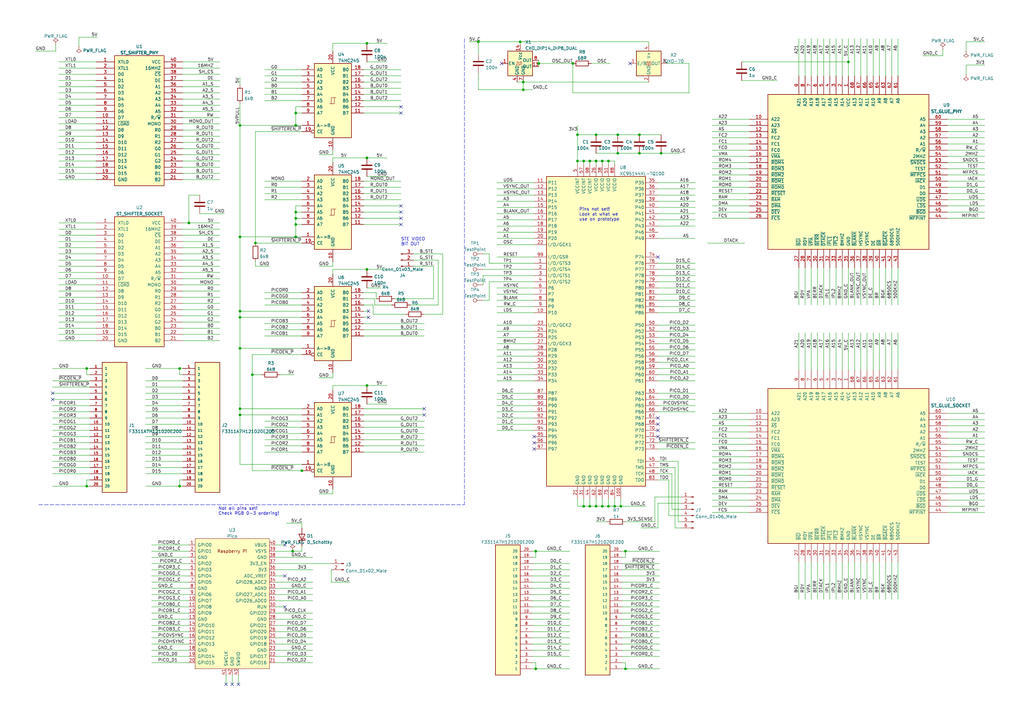
<source format=kicad_sch>
(kicad_sch (version 20211123) (generator eeschema)
  (paper "A3")
  (title_block (title "Video Rider ST") (date "2025-01-29") (rev "1") (company "D Henderson") (comment 1 "Copyright 2025") (comment 2 "Released under the terms of the GPLv2"))
  (junction (at 236.855 55.245))
  (junction (at 253.365 62.865))
  (junction (at 98.425 97.155))
  (junction (at 123.825 193.04))
  (junction (at 254.635 207.645))
  (junction (at 236.855 66.04))
  (junction (at 121.285 86.995))
  (junction (at 98.425 170.18))
  (junction (at 121.285 92.075))
  (junction (at 214.63 33.655))
  (junction (at 253.365 55.245))
  (junction (at 98.425 167.64))
  (junction (at 103.505 153.67))
  (junction (at 73.66 151.13))
  (junction (at 104.775 99.695))
  (junction (at 234.95 26.035))
  (junction (at 150.495 158.115))
  (junction (at 219.71 274.32))
  (junction (at 241.935 207.645))
  (junction (at 249.555 207.645))
  (junction (at 262.255 55.245))
  (junction (at 121.285 97.155))
  (junction (at 271.145 62.865))
  (junction (at 347.98 25.4))
  (junction (at 150.495 17.78))
  (junction (at 244.475 55.245))
  (junction (at 244.475 66.04))
  (junction (at 121.285 51.435))
  (junction (at 244.475 207.645))
  (junction (at 98.425 130.175))
  (junction (at 213.36 17.145))
  (junction (at 121.285 46.355))
  (junction (at 247.015 66.04))
  (junction (at 220.98 26.035))
  (junction (at 77.47 91.44))
  (junction (at 150.495 110.49))
  (junction (at 35.56 199.39))
  (junction (at 98.425 142.875))
  (junction (at 73.66 199.39))
  (junction (at 256.54 274.32))
  (junction (at 252.095 207.645))
  (junction (at 98.425 127.635))
  (junction (at 219.71 226.06))
  (junction (at 247.015 207.645))
  (junction (at 121.285 89.535))
  (junction (at 196.215 17.145))
  (junction (at 214.63 36.83))
  (junction (at 98.425 51.435))
  (junction (at 120.015 226.06))
  (junction (at 256.54 226.06))
  (junction (at 241.935 66.04))
  (junction (at 239.395 207.645))
  (junction (at 35.56 151.13))
  (junction (at 150.495 64.77))
  (junction (at 249.555 66.04))
  (junction (at 239.395 66.04))
  (junction (at 262.255 62.865))
  (no_connect (at 116.84 223.52))
  (no_connect (at 164.465 84.455))
  (no_connect (at 219.075 179.07))
  (no_connect (at 269.875 105.41))
  (no_connect (at 164.465 89.535))
  (no_connect (at 151.13 127.635))
  (no_connect (at 173.99 167.64))
  (no_connect (at 269.875 173.99))
  (no_connect (at 269.875 179.07))
  (no_connect (at 173.99 170.18))
  (no_connect (at 164.465 43.815))
  (no_connect (at 164.465 92.075))
  (no_connect (at 269.875 171.45))
  (no_connect (at 95.25 280.67))
  (no_connect (at 164.465 86.995))
  (no_connect (at 219.075 184.15))
  (no_connect (at 97.79 280.67))
  (no_connect (at 21.59 163.83))
  (no_connect (at 219.075 181.61))
  (no_connect (at 205.74 26.035))
  (no_connect (at 92.71 280.67))
  (no_connect (at 269.875 176.53))
  (no_connect (at 116.84 236.22))
  (no_connect (at 116.84 248.92))
  (no_connect (at 164.465 46.355))
  (no_connect (at 151.13 130.175))
  (no_connect (at 21.59 161.29))
  (no_connect (at 258.445 26.035))
  (wire (pts (xy 236.855 51.435) (xy 236.855 55.245)))
  (wire (pts (xy 307.34 179.705) (xy 292.1 179.705)))
  (wire (pts (xy 136.525 109.22) (xy 130.81 109.22)))
  (wire (pts (xy 247.015 204.47) (xy 247.015 207.645)))
  (polyline (pts (xy 15.875 207.01) (xy 190.5 207.01)))
  (wire (pts (xy 113.03 248.92) (xy 116.84 248.92)))
  (wire (pts (xy 39.37 55.88) (xy 24.13 55.88)))
  (wire (pts (xy 203.835 90.17) (xy 219.075 90.17)))
  (wire (pts (xy 149.225 127.635) (xy 151.13 127.635)))
  (wire (pts (xy 164.465 74.295) (xy 149.225 74.295)))
  (wire (pts (xy 128.27 271.78) (xy 113.03 271.78)))
  (wire (pts (xy 74.93 25.4) (xy 90.17 25.4)))
  (wire (pts (xy 123.825 76.835) (xy 108.585 76.835)))
  (wire (pts (xy 363.22 31.115) (xy 363.22 15.875)))
  (wire (pts (xy 285.115 163.83) (xy 269.875 163.83)))
  (wire (pts (xy 307.34 192.405) (xy 292.1 192.405)))
  (wire (pts (xy 173.99 128.905) (xy 181.61 128.905)))
  (wire (pts (xy 337.82 109.855) (xy 337.82 125.095)))
  (wire (pts (xy 219.075 143.51) (xy 203.835 143.51)))
  (wire (pts (xy 278.765 62.865) (xy 271.145 62.865)))
  (wire (pts (xy 98.425 170.18) (xy 98.425 190.5)))
  (wire (pts (xy 123.825 172.72) (xy 108.585 172.72)))
  (wire (pts (xy 161.925 122.555) (xy 177.8 122.555)))
  (wire (pts (xy 164.465 81.915) (xy 149.225 81.915)))
  (wire (pts (xy 388.62 53.975) (xy 403.86 53.975)))
  (wire (pts (xy 150.495 165.735) (xy 158.75 165.735)))
  (wire (pts (xy 164.465 28.575) (xy 149.225 28.575)))
  (wire (pts (xy 307.34 48.895) (xy 292.1 48.895)))
  (wire (pts (xy 74.93 71.12) (xy 90.17 71.12)))
  (wire (pts (xy 337.82 230.505) (xy 337.82 245.745)))
  (wire (pts (xy 388.62 189.865) (xy 403.86 189.865)))
  (wire (pts (xy 340.36 151.765) (xy 340.36 136.525)))
  (wire (pts (xy 270.51 243.84) (xy 255.27 243.84)))
  (wire (pts (xy 74.93 66.04) (xy 90.17 66.04)))
  (wire (pts (xy 388.62 76.835) (xy 403.86 76.835)))
  (wire (pts (xy 36.83 163.83) (xy 21.59 163.83)))
  (wire (pts (xy 123.825 180.34) (xy 108.585 180.34)))
  (wire (pts (xy 266.065 17.145) (xy 266.065 18.415)))
  (wire (pts (xy 270.51 254) (xy 255.27 254)))
  (wire (pts (xy 74.93 63.5) (xy 90.17 63.5)))
  (wire (pts (xy 35.56 151.13) (xy 36.83 151.13)))
  (wire (pts (xy 164.465 36.195) (xy 149.225 36.195)))
  (wire (pts (xy 74.93 119.38) (xy 90.17 119.38)))
  (wire (pts (xy 269.875 97.79) (xy 285.115 97.79)))
  (wire (pts (xy 98.425 34.925) (xy 98.425 31.75)))
  (wire (pts (xy 219.71 274.32) (xy 218.44 274.32)))
  (wire (pts (xy 218.44 228.6) (xy 219.71 228.6)))
  (wire (pts (xy 128.27 241.3) (xy 113.03 241.3)))
  (wire (pts (xy 269.875 115.57) (xy 285.115 115.57)))
  (wire (pts (xy 256.54 274.32) (xy 255.27 274.32)))
  (wire (pts (xy 252.095 204.47) (xy 252.095 207.645)))
  (wire (pts (xy 136.525 109.22) (xy 136.525 107.315)))
  (wire (pts (xy 269.875 181.61) (xy 285.115 181.61)))
  (wire (pts (xy 196.215 29.845) (xy 196.215 36.83)))
  (wire (pts (xy 262.255 55.245) (xy 253.365 55.245)))
  (wire (pts (xy 269.875 118.11) (xy 285.115 118.11)))
  (wire (pts (xy 218.44 261.62) (xy 233.68 261.62)))
  (wire (pts (xy 292.1 202.565) (xy 307.34 202.565)))
  (wire (pts (xy 39.37 73.66) (xy 24.13 73.66)))
  (wire (pts (xy 269.875 92.71) (xy 285.115 92.71)))
  (wire (pts (xy 149.225 89.535) (xy 164.465 89.535)))
  (wire (pts (xy 368.3 151.765) (xy 368.3 136.525)))
  (wire (pts (xy 136.525 202.565) (xy 130.81 202.565)))
  (wire (pts (xy 21.59 171.45) (xy 36.83 171.45)))
  (wire (pts (xy 136.525 158.115) (xy 150.495 158.115)))
  (wire (pts (xy 149.225 43.815) (xy 164.465 43.815)))
  (wire (pts (xy 128.27 256.54) (xy 113.03 256.54)))
  (wire (pts (xy 128.27 261.62) (xy 113.03 261.62)))
  (wire (pts (xy 73.66 151.13) (xy 74.93 151.13)))
  (wire (pts (xy 103.505 145.415) (xy 123.825 145.415)))
  (wire (pts (xy 278.13 213.995) (xy 279.4 213.995)))
  (wire (pts (xy 363.22 109.855) (xy 363.22 125.095)))
  (wire (pts (xy 74.93 104.14) (xy 90.17 104.14)))
  (wire (pts (xy 39.37 129.54) (xy 24.13 129.54)))
  (wire (pts (xy 271.145 62.865) (xy 262.255 62.865)))
  (wire (pts (xy 123.825 81.915) (xy 108.585 81.915)))
  (wire (pts (xy 269.875 189.23) (xy 278.13 189.23)))
  (wire (pts (xy 350.52 151.765) (xy 350.52 136.525)))
  (wire (pts (xy 39.37 48.26) (xy 24.13 48.26)))
  (wire (pts (xy 74.93 129.54) (xy 90.17 129.54)))
  (wire (pts (xy 252.095 207.645) (xy 254.635 207.645)))
  (wire (pts (xy 214.63 33.655) (xy 214.63 36.83)))
  (wire (pts (xy 150.495 64.77) (xy 158.75 64.77)))
  (wire (pts (xy 39.37 58.42) (xy 24.13 58.42)))
  (wire (pts (xy 39.37 33.02) (xy 24.13 33.02)))
  (wire (pts (xy 59.69 184.15) (xy 74.93 184.15)))
  (wire (pts (xy 347.98 151.765) (xy 347.98 136.525)))
  (wire (pts (xy 388.62 48.895) (xy 403.86 48.895)))
  (wire (pts (xy 39.37 121.92) (xy 24.13 121.92)))
  (wire (pts (xy 386.715 20.32) (xy 386.715 22.86)))
  (wire (pts (xy 181.61 104.14) (xy 169.545 104.14)))
  (wire (pts (xy 21.59 168.91) (xy 36.83 168.91)))
  (wire (pts (xy 396.24 30.48) (xy 396.24 26.67)))
  (wire (pts (xy 149.225 86.995) (xy 164.465 86.995)))
  (wire (pts (xy 307.34 194.945) (xy 292.1 194.945)))
  (wire (pts (xy 135.89 238.76) (xy 143.51 238.76)))
  (wire (pts (xy 307.34 184.785) (xy 292.1 184.785)))
  (wire (pts (xy 39.37 30.48) (xy 24.13 30.48)))
  (wire (pts (xy 128.27 251.46) (xy 113.03 251.46)))
  (wire (pts (xy 342.9 230.505) (xy 342.9 245.745)))
  (wire (pts (xy 270.51 241.3) (xy 255.27 241.3)))
  (wire (pts (xy 307.34 51.435) (xy 292.1 51.435)))
  (wire (pts (xy 103.505 193.04) (xy 123.825 193.04)))
  (wire (pts (xy 123.825 36.195) (xy 108.585 36.195)))
  (wire (pts (xy 62.23 256.54) (xy 77.47 256.54)))
  (wire (pts (xy 292.1 86.995) (xy 307.34 86.995)))
  (wire (pts (xy 292.1 81.915) (xy 307.34 81.915)))
  (wire (pts (xy 98.425 97.155) (xy 98.425 51.435)))
  (wire (pts (xy 39.37 38.1) (xy 24.13 38.1)))
  (wire (pts (xy 307.34 59.055) (xy 292.1 59.055)))
  (wire (pts (xy 121.285 89.535) (xy 121.285 92.075)))
  (wire (pts (xy 123.825 135.255) (xy 108.585 135.255)))
  (wire (pts (xy 307.34 61.595) (xy 292.1 61.595)))
  (wire (pts (xy 62.23 248.92) (xy 77.47 248.92)))
  (wire (pts (xy 233.68 248.92) (xy 218.44 248.92)))
  (wire (pts (xy 62.23 241.3) (xy 77.47 241.3)))
  (wire (pts (xy 340.36 230.505) (xy 340.36 245.745)))
  (wire (pts (xy 219.075 171.45) (xy 203.835 171.45)))
  (wire (pts (xy 36.83 153.67) (xy 35.56 153.67)))
  (wire (pts (xy 123.825 185.42) (xy 108.585 185.42)))
  (wire (pts (xy 98.425 142.875) (xy 98.425 130.175)))
  (wire (pts (xy 388.62 207.645) (xy 403.86 207.645)))
  (wire (pts (xy 136.525 17.78) (xy 150.495 17.78)))
  (wire (pts (xy 269.875 128.27) (xy 285.115 128.27)))
  (wire (pts (xy 98.425 51.435) (xy 98.425 42.545)))
  (wire (pts (xy 365.76 109.855) (xy 365.76 125.095)))
  (wire (pts (xy 307.34 56.515) (xy 292.1 56.515)))
  (wire (pts (xy 388.62 182.245) (xy 403.86 182.245)))
  (wire (pts (xy 62.23 223.52) (xy 77.47 223.52)))
  (wire (pts (xy 335.28 151.765) (xy 335.28 136.525)))
  (wire (pts (xy 123.825 224.155) (xy 123.825 226.06)))
  (wire (pts (xy 103.505 145.415) (xy 103.505 153.67)))
  (wire (pts (xy 39.37 116.84) (xy 24.13 116.84)))
  (wire (pts (xy 249.555 204.47) (xy 249.555 207.645)))
  (wire (pts (xy 181.61 128.905) (xy 181.61 104.14)))
  (wire (pts (xy 154.305 120.015) (xy 154.305 122.555)))
  (wire (pts (xy 269.875 123.19) (xy 285.115 123.19)))
  (wire (pts (xy 219.075 148.59) (xy 203.835 148.59)))
  (wire (pts (xy 388.62 84.455) (xy 403.86 84.455)))
  (wire (pts (xy 269.875 125.73) (xy 285.115 125.73)))
  (wire (pts (xy 113.03 231.14) (xy 135.89 231.14)))
  (wire (pts (xy 358.14 230.505) (xy 358.14 245.745)))
  (wire (pts (xy 279.4 203.835) (xy 268.605 203.835)))
  (wire (pts (xy 39.37 99.06) (xy 24.13 99.06)))
  (wire (pts (xy 92.71 276.86) (xy 92.71 280.67)))
  (wire (pts (xy 74.93 191.77) (xy 59.69 191.77)))
  (wire (pts (xy 149.225 170.18) (xy 173.99 170.18)))
  (wire (pts (xy 62.23 238.76) (xy 77.47 238.76)))
  (wire (pts (xy 347.98 15.875) (xy 347.98 25.4)))
  (wire (pts (xy 74.93 40.64) (xy 90.17 40.64)))
  (wire (pts (xy 388.62 210.185) (xy 403.86 210.185)))
  (wire (pts (xy 95.25 276.86) (xy 95.25 280.67)))
  (wire (pts (xy 59.69 181.61) (xy 74.93 181.61)))
  (wire (pts (xy 255.27 238.76) (xy 270.51 238.76)))
  (wire (pts (xy 39.37 106.68) (xy 24.13 106.68)))
  (wire (pts (xy 74.93 134.62) (xy 90.17 134.62)))
  (wire (pts (xy 220.98 26.035) (xy 220.98 27.305)))
  (wire (pts (xy 233.68 274.32) (xy 219.71 274.32)))
  (wire (pts (xy 219.075 146.05) (xy 203.835 146.05)))
  (wire (pts (xy 219.075 77.47) (xy 203.835 77.47)))
  (wire (pts (xy 136.525 154.94) (xy 130.81 154.94)))
  (wire (pts (xy 233.68 226.06) (xy 219.71 226.06)))
  (wire (pts (xy 219.075 151.13) (xy 203.835 151.13)))
  (wire (pts (xy 150.495 110.49) (xy 158.75 110.49)))
  (wire (pts (xy 36.83 161.29) (xy 21.59 161.29)))
  (wire (pts (xy 121.285 84.455) (xy 121.285 86.995)))
  (wire (pts (xy 74.93 186.69) (xy 59.69 186.69)))
  (wire (pts (xy 332.74 109.855) (xy 332.74 125.095)))
  (wire (pts (xy 192.405 17.145) (xy 196.215 17.145)))
  (wire (pts (xy 73.66 199.39) (xy 74.93 199.39)))
  (wire (pts (xy 254.635 207.645) (xy 264.795 207.645)))
  (wire (pts (xy 219.075 128.27) (xy 203.835 128.27)))
  (wire (pts (xy 98.425 167.64) (xy 98.425 170.18)))
  (wire (pts (xy 219.075 125.73) (xy 203.835 125.73)))
  (wire (pts (xy 74.93 68.58) (xy 90.17 68.58)))
  (wire (pts (xy 268.605 203.835) (xy 268.605 213.995)))
  (wire (pts (xy 332.74 31.115) (xy 332.74 15.875)))
  (wire (pts (xy 275.59 208.915) (xy 279.4 208.915)))
  (wire (pts (xy 39.37 114.3) (xy 24.13 114.3)))
  (wire (pts (xy 59.69 168.91) (xy 74.93 168.91)))
  (wire (pts (xy 342.9 31.115) (xy 342.9 15.875)))
  (wire (pts (xy 233.68 236.22) (xy 218.44 236.22)))
  (wire (pts (xy 365.76 151.765) (xy 365.76 136.525)))
  (wire (pts (xy 74.93 58.42) (xy 90.17 58.42)))
  (wire (pts (xy 335.28 230.505) (xy 335.28 245.745)))
  (wire (pts (xy 123.825 31.115) (xy 108.585 31.115)))
  (wire (pts (xy 21.59 181.61) (xy 36.83 181.61)))
  (wire (pts (xy 269.875 82.55) (xy 285.115 82.55)))
  (wire (pts (xy 123.825 177.8) (xy 108.585 177.8)))
  (wire (pts (xy 269.875 85.09) (xy 285.115 85.09)))
  (wire (pts (xy 378.46 22.86) (xy 386.715 22.86)))
  (wire (pts (xy 97.79 276.86) (xy 97.79 280.67)))
  (wire (pts (xy 123.825 137.795) (xy 108.585 137.795)))
  (wire (pts (xy 247.015 66.04) (xy 249.555 66.04)))
  (wire (pts (xy 98.425 130.175) (xy 98.425 127.635)))
  (wire (pts (xy 74.93 38.1) (xy 90.17 38.1)))
  (wire (pts (xy 270.51 251.46) (xy 255.27 251.46)))
  (wire (pts (xy 350.52 31.115) (xy 350.52 15.875)))
  (wire (pts (xy 164.465 79.375) (xy 149.225 79.375)))
  (wire (pts (xy 388.62 89.535) (xy 403.86 89.535)))
  (wire (pts (xy 74.93 60.96) (xy 90.17 60.96)))
  (wire (pts (xy 355.6 31.115) (xy 355.6 15.875)))
  (wire (pts (xy 62.23 269.24) (xy 77.47 269.24)))
  (wire (pts (xy 285.115 153.67) (xy 269.875 153.67)))
  (wire (pts (xy 35.56 153.67) (xy 35.56 151.13)))
  (wire (pts (xy 179.705 106.68) (xy 179.705 125.095)))
  (wire (pts (xy 388.62 194.945) (xy 403.86 194.945)))
  (wire (pts (xy 355.6 230.505) (xy 355.6 245.745)))
  (wire (pts (xy 98.425 142.875) (xy 98.425 167.64)))
  (wire (pts (xy 196.215 36.83) (xy 214.63 36.83)))
  (wire (pts (xy 269.875 107.95) (xy 285.115 107.95)))
  (wire (pts (xy 164.465 41.275) (xy 149.225 41.275)))
  (wire (pts (xy 21.59 173.99) (xy 36.83 173.99)))
  (wire (pts (xy 220.98 24.765) (xy 220.98 26.035)))
  (wire (pts (xy 39.37 124.46) (xy 24.13 124.46)))
  (wire (pts (xy 200.66 107.95) (xy 219.075 107.95)))
  (wire (pts (xy 396.24 26.67) (xy 403.86 26.67)))
  (wire (pts (xy 270.51 226.06) (xy 256.54 226.06)))
  (wire (pts (xy 388.62 66.675) (xy 403.86 66.675)))
  (wire (pts (xy 285.115 143.51) (xy 269.875 143.51)))
  (wire (pts (xy 269.875 113.03) (xy 285.115 113.03)))
  (wire (pts (xy 39.37 111.76) (xy 24.13 111.76)))
  (wire (pts (xy 269.875 138.43) (xy 285.115 138.43)))
  (wire (pts (xy 136.525 154.94) (xy 136.525 153.035)))
  (wire (pts (xy 219.075 156.21) (xy 203.835 156.21)))
  (wire (pts (xy 198.12 116.84) (xy 198.12 113.03)))
  (wire (pts (xy 365.76 31.115) (xy 365.76 15.875)))
  (wire (pts (xy 350.52 230.505) (xy 350.52 245.745)))
  (wire (pts (xy 136.525 17.78) (xy 136.525 20.955)))
  (wire (pts (xy 164.465 76.835) (xy 149.225 76.835)))
  (wire (pts (xy 388.62 197.485) (xy 403.86 197.485)))
  (wire (pts (xy 62.23 251.46) (xy 77.47 251.46)))
  (wire (pts (xy 39.37 68.58) (xy 24.13 68.58)))
  (wire (pts (xy 203.835 92.71) (xy 219.075 92.71)))
  (wire (pts (xy 388.62 71.755) (xy 403.86 71.755)))
  (wire (pts (xy 270.51 261.62) (xy 255.27 261.62)))
  (wire (pts (xy 164.465 33.655) (xy 149.225 33.655)))
  (wire (pts (xy 307.34 174.625) (xy 292.1 174.625)))
  (wire (pts (xy 149.225 172.72) (xy 173.99 172.72)))
  (wire (pts (xy 59.69 158.75) (xy 74.93 158.75)))
  (wire (pts (xy 104.775 53.975) (xy 123.825 53.975)))
  (wire (pts (xy 269.875 74.93) (xy 285.115 74.93)))
  (wire (pts (xy 285.115 133.35) (xy 269.875 133.35)))
  (wire (pts (xy 22.86 18.415) (xy 22.86 20.955)))
  (wire (pts (xy 327.66 109.855) (xy 327.66 125.095)))
  (wire (pts (xy 233.68 241.3) (xy 218.44 241.3)))
  (wire (pts (xy 103.505 193.04) (xy 103.505 153.67)))
  (wire (pts (xy 388.62 177.165) (xy 403.86 177.165)))
  (wire (pts (xy 62.23 254) (xy 77.47 254)))
  (wire (pts (xy 149.225 92.075) (xy 164.465 92.075)))
  (wire (pts (xy 262.89 216.535) (xy 269.875 216.535)))
  (wire (pts (xy 219.075 80.01) (xy 203.835 80.01)))
  (wire (pts (xy 236.855 207.645) (xy 239.395 207.645)))
  (wire (pts (xy 233.68 231.14) (xy 218.44 231.14)))
  (wire (pts (xy 244.475 213.995) (xy 248.92 213.995)))
  (wire (pts (xy 340.36 31.115) (xy 340.36 15.875)))
  (wire (pts (xy 39.37 127) (xy 24.13 127)))
  (wire (pts (xy 149.225 84.455) (xy 164.465 84.455)))
  (wire (pts (xy 388.62 205.105) (xy 403.86 205.105)))
  (wire (pts (xy 39.37 137.16) (xy 24.13 137.16)))
  (wire (pts (xy 273.685 26.035) (xy 282.575 26.035)))
  (wire (pts (xy 274.32 211.455) (xy 279.4 211.455)))
  (wire (pts (xy 388.62 179.705) (xy 403.86 179.705)))
  (polyline (pts (xy 190.5 15.875) (xy 190.5 207.01)))
  (wire (pts (xy 179.705 125.095) (xy 168.275 125.095)))
  (wire (pts (xy 355.6 151.765) (xy 355.6 136.525)))
  (wire (pts (xy 39.37 101.6) (xy 24.13 101.6)))
  (wire (pts (xy 220.98 26.035) (xy 234.95 26.035)))
  (wire (pts (xy 123.825 175.26) (xy 108.585 175.26)))
  (wire (pts (xy 74.93 53.34) (xy 90.17 53.34)))
  (wire (pts (xy 388.62 61.595) (xy 403.86 61.595)))
  (wire (pts (xy 345.44 151.765) (xy 345.44 136.525)))
  (wire (pts (xy 269.875 90.17) (xy 285.115 90.17)))
  (wire (pts (xy 21.59 151.13) (xy 35.56 151.13)))
  (wire (pts (xy 255.27 228.6) (xy 256.54 228.6)))
  (wire (pts (xy 74.93 189.23) (xy 59.69 189.23)))
  (wire (pts (xy 219.075 161.29) (xy 203.835 161.29)))
  (wire (pts (xy 304.165 25.4) (xy 347.98 25.4)))
  (wire (pts (xy 307.34 53.975) (xy 292.1 53.975)))
  (wire (pts (xy 363.22 230.505) (xy 363.22 245.745)))
  (wire (pts (xy 396.24 17.145) (xy 403.86 17.145)))
  (wire (pts (xy 200.66 123.19) (xy 200.66 115.57)))
  (wire (pts (xy 203.835 118.11) (xy 219.075 118.11)))
  (wire (pts (xy 270.51 246.38) (xy 255.27 246.38)))
  (wire (pts (xy 249.555 207.645) (xy 252.095 207.645)))
  (wire (pts (xy 149.225 130.175) (xy 151.13 130.175)))
  (wire (pts (xy 292.1 79.375) (xy 307.34 79.375)))
  (wire (pts (xy 123.825 41.275) (xy 108.585 41.275)))
  (wire (pts (xy 128.27 243.84) (xy 113.03 243.84)))
  (wire (pts (xy 39.37 139.7) (xy 24.13 139.7)))
  (wire (pts (xy 36.83 156.21) (xy 21.59 156.21)))
  (wire (pts (xy 98.425 127.635) (xy 98.425 97.155)))
  (wire (pts (xy 149.225 175.26) (xy 173.99 175.26)))
  (wire (pts (xy 123.825 132.715) (xy 108.585 132.715)))
  (wire (pts (xy 74.93 48.26) (xy 90.17 48.26)))
  (wire (pts (xy 233.68 243.84) (xy 218.44 243.84)))
  (wire (pts (xy 149.225 46.355) (xy 164.465 46.355)))
  (wire (pts (xy 270.51 264.16) (xy 255.27 264.16)))
  (wire (pts (xy 21.59 186.69) (xy 36.83 186.69)))
  (wire (pts (xy 35.56 196.85) (xy 35.56 199.39)))
  (wire (pts (xy 62.23 226.06) (xy 77.47 226.06)))
  (wire (pts (xy 247.015 207.645) (xy 249.555 207.645)))
  (wire (pts (xy 345.44 230.505) (xy 345.44 245.745)))
  (wire (pts (xy 196.215 17.145) (xy 213.36 17.145)))
  (wire (pts (xy 388.62 81.915) (xy 403.86 81.915)))
  (wire (pts (xy 108.585 122.555) (xy 123.825 122.555)))
  (wire (pts (xy 233.68 246.38) (xy 218.44 246.38)))
  (wire (pts (xy 239.395 204.47) (xy 239.395 207.645)))
  (wire (pts (xy 219.075 123.19) (xy 203.835 123.19)))
  (wire (pts (xy 39.37 43.18) (xy 24.13 43.18)))
  (wire (pts (xy 74.93 99.06) (xy 90.17 99.06)))
  (wire (pts (xy 256.54 228.6) (xy 256.54 226.06)))
  (wire (pts (xy 104.775 99.695) (xy 123.825 99.695)))
  (wire (pts (xy 234.95 26.035) (xy 234.95 38.1)))
  (wire (pts (xy 74.93 111.76) (xy 90.17 111.76)))
  (wire (pts (xy 196.215 17.145) (xy 196.215 22.225)))
  (wire (pts (xy 275.59 194.31) (xy 275.59 208.915)))
  (wire (pts (xy 304.165 33.02) (xy 318.77 33.02)))
  (wire (pts (xy 200.66 104.14) (xy 200.66 107.95)))
  (wire (pts (xy 128.27 266.7) (xy 113.03 266.7)))
  (wire (pts (xy 307.34 187.325) (xy 292.1 187.325)))
  (wire (pts (xy 74.93 116.84) (xy 90.17 116.84)))
  (wire (pts (xy 269.875 87.63) (xy 285.115 87.63)))
  (wire (pts (xy 128.27 246.38) (xy 113.03 246.38)))
  (wire (pts (xy 253.365 62.865) (xy 244.475 62.865)))
  (wire (pts (xy 330.2 151.765) (xy 330.2 136.525)))
  (wire (pts (xy 353.06 151.765) (xy 353.06 136.525)))
  (wire (pts (xy 255.27 233.68) (xy 270.51 233.68)))
  (wire (pts (xy 236.855 66.04) (xy 239.395 66.04)))
  (wire (pts (xy 233.68 251.46) (xy 218.44 251.46)))
  (wire (pts (xy 62.23 271.78) (xy 77.47 271.78)))
  (wire (pts (xy 269.875 206.375) (xy 269.875 216.535)))
  (wire (pts (xy 249.555 66.04) (xy 249.555 67.31)))
  (wire (pts (xy 330.2 109.855) (xy 330.2 125.095)))
  (wire (pts (xy 59.69 151.13) (xy 73.66 151.13)))
  (wire (pts (xy 62.23 264.16) (xy 77.47 264.16)))
  (wire (pts (xy 39.37 35.56) (xy 24.13 35.56)))
  (wire (pts (xy 307.34 197.485) (xy 292.1 197.485)))
  (wire (pts (xy 74.93 55.88) (xy 90.17 55.88)))
  (wire (pts (xy 292.1 205.105) (xy 307.34 205.105)))
  (wire (pts (xy 244.475 204.47) (xy 244.475 207.645)))
  (wire (pts (xy 358.14 151.765) (xy 358.14 136.525)))
  (wire (pts (xy 360.68 151.765) (xy 360.68 136.525)))
  (wire (pts (xy 244.475 66.04) (xy 247.015 66.04)))
  (wire (pts (xy 327.66 151.765) (xy 327.66 136.525)))
  (wire (pts (xy 255.27 231.14) (xy 270.51 231.14)))
  (wire (pts (xy 74.93 137.16) (xy 90.17 137.16)))
  (wire (pts (xy 149.225 182.88) (xy 173.99 182.88)))
  (wire (pts (xy 213.36 18.415) (xy 213.36 17.145)))
  (wire (pts (xy 236.855 66.04) (xy 236.855 67.31)))
  (wire (pts (xy 242.57 26.035) (xy 250.19 26.035)))
  (wire (pts (xy 353.06 109.855) (xy 353.06 125.095)))
  (wire (pts (xy 103.505 153.67) (xy 107.315 153.67)))
  (wire (pts (xy 74.93 33.02) (xy 90.17 33.02)))
  (wire (pts (xy 121.285 43.815) (xy 121.285 46.355)))
  (wire (pts (xy 347.98 109.855) (xy 347.98 125.095)))
  (wire (pts (xy 244.475 207.645) (xy 247.015 207.645)))
  (wire (pts (xy 123.825 125.095) (xy 108.585 125.095)))
  (wire (pts (xy 218.44 271.78) (xy 219.71 271.78)))
  (wire (pts (xy 388.62 200.025) (xy 403.86 200.025)))
  (wire (pts (xy 219.075 166.37) (xy 203.835 166.37)))
  (wire (pts (xy 149.225 122.555) (xy 153.67 122.555)))
  (wire (pts (xy 74.93 35.56) (xy 90.17 35.56)))
  (wire (pts (xy 166.37 128.905) (xy 153.035 128.905)))
  (wire (pts (xy 74.93 109.22) (xy 90.17 109.22)))
  (wire (pts (xy 59.69 166.37) (xy 74.93 166.37)))
  (wire (pts (xy 285.115 135.89) (xy 269.875 135.89)))
  (wire (pts (xy 355.6 109.855) (xy 355.6 125.095)))
  (wire (pts (xy 219.075 120.65) (xy 203.835 120.65)))
  (wire (pts (xy 123.825 182.88) (xy 108.585 182.88)))
  (wire (pts (xy 219.075 82.55) (xy 203.835 82.55)))
  (wire (pts (xy 74.93 153.67) (xy 73.66 153.67)))
  (wire (pts (xy 21.59 184.15) (xy 36.83 184.15)))
  (wire (pts (xy 388.62 56.515) (xy 403.86 56.515)))
  (wire (pts (xy 307.34 74.295) (xy 292.1 74.295)))
  (wire (pts (xy 388.62 86.995) (xy 403.86 86.995)))
  (wire (pts (xy 255.27 236.22) (xy 270.51 236.22)))
  (wire (pts (xy 128.27 269.24) (xy 113.03 269.24)))
  (wire (pts (xy 21.59 194.31) (xy 36.83 194.31)))
  (wire (pts (xy 244.475 66.04) (xy 244.475 67.31)))
  (wire (pts (xy 219.71 271.78) (xy 219.71 274.32)))
  (wire (pts (xy 39.37 63.5) (xy 24.13 63.5)))
  (wire (pts (xy 121.285 86.995) (xy 123.825 86.995)))
  (wire (pts (xy 74.93 45.72) (xy 90.17 45.72)))
  (wire (pts (xy 114.935 153.67) (xy 120.65 153.67)))
  (wire (pts (xy 74.93 50.8) (xy 90.17 50.8)))
  (wire (pts (xy 292.1 200.025) (xy 307.34 200.025)))
  (wire (pts (xy 368.3 230.505) (xy 368.3 245.745)))
  (wire (pts (xy 332.74 230.505) (xy 332.74 245.745)))
  (wire (pts (xy 247.015 66.04) (xy 247.015 67.31)))
  (wire (pts (xy 123.825 84.455) (xy 121.285 84.455)))
  (wire (pts (xy 347.98 25.4) (xy 347.98 31.115)))
  (wire (pts (xy 62.23 246.38) (xy 77.47 246.38)))
  (wire (pts (xy 271.145 55.245) (xy 262.255 55.245)))
  (wire (pts (xy 368.3 109.855) (xy 368.3 125.095)))
  (wire (pts (xy 59.69 199.39) (xy 73.66 199.39)))
  (wire (pts (xy 39.37 119.38) (xy 24.13 119.38)))
  (wire (pts (xy 360.68 109.855) (xy 360.68 125.095)))
  (wire (pts (xy 292.1 89.535) (xy 307.34 89.535)))
  (wire (pts (xy 254.635 204.47) (xy 254.635 207.645)))
  (wire (pts (xy 104.775 53.975) (xy 104.775 99.695)))
  (wire (pts (xy 14.605 20.955) (xy 22.86 20.955)))
  (wire (pts (xy 269.875 184.15) (xy 285.115 184.15)))
  (wire (pts (xy 282.575 26.035) (xy 282.575 38.1)))
  (wire (pts (xy 358.14 109.855) (xy 358.14 125.095)))
  (wire (pts (xy 136.525 63.5) (xy 130.81 63.5)))
  (wire (pts (xy 330.2 31.115) (xy 330.2 15.875)))
  (wire (pts (xy 62.23 243.84) (xy 77.47 243.84)))
  (wire (pts (xy 74.93 73.66) (xy 90.17 73.66)))
  (wire (pts (xy 21.59 166.37) (xy 36.83 166.37)))
  (wire (pts (xy 136.525 202.565) (xy 136.525 200.66)))
  (wire (pts (xy 98.425 51.435) (xy 121.285 51.435)))
  (wire (pts (xy 21.59 179.07) (xy 36.83 179.07)))
  (wire (pts (xy 39.37 109.22) (xy 24.13 109.22)))
  (wire (pts (xy 262.255 62.865) (xy 253.365 62.865)))
  (wire (pts (xy 290.195 99.695) (xy 305.435 99.695)))
  (wire (pts (xy 363.22 151.765) (xy 363.22 136.525)))
  (wire (pts (xy 74.93 114.3) (xy 90.17 114.3)))
  (wire (pts (xy 59.69 171.45) (xy 74.93 171.45)))
  (wire (pts (xy 219.71 228.6) (xy 219.71 226.06)))
  (wire (pts (xy 214.63 36.83) (xy 218.44 36.83)))
  (wire (pts (xy 39.37 50.8) (xy 24.13 50.8)))
  (wire (pts (xy 241.935 207.645) (xy 244.475 207.645)))
  (wire (pts (xy 104.775 109.22) (xy 104.775 107.315)))
  (wire (pts (xy 353.06 230.505) (xy 353.06 245.745)))
  (wire (pts (xy 74.93 43.18) (xy 90.17 43.18)))
  (wire (pts (xy 388.62 69.215) (xy 403.86 69.215)))
  (wire (pts (xy 123.825 33.655) (xy 108.585 33.655)))
  (wire (pts (xy 269.875 80.01) (xy 285.115 80.01)))
  (wire (pts (xy 169.545 106.68) (xy 179.705 106.68)))
  (wire (pts (xy 307.34 66.675) (xy 292.1 66.675)))
  (wire (pts (xy 123.825 97.155) (xy 121.285 97.155)))
  (wire (pts (xy 388.62 64.135) (xy 403.86 64.135)))
  (wire (pts (xy 256.54 271.78) (xy 256.54 274.32)))
  (wire (pts (xy 219.075 100.33) (xy 203.835 100.33)))
  (wire (pts (xy 388.62 187.325) (xy 403.86 187.325)))
  (wire (pts (xy 307.34 64.135) (xy 292.1 64.135)))
  (wire (pts (xy 62.23 231.14) (xy 77.47 231.14)))
  (wire (pts (xy 233.68 238.76) (xy 218.44 238.76)))
  (wire (pts (xy 353.06 31.115) (xy 353.06 15.875)))
  (wire (pts (xy 388.62 74.295) (xy 403.86 74.295)))
  (wire (pts (xy 98.425 127.635) (xy 123.825 127.635)))
  (wire (pts (xy 219.075 173.99) (xy 203.835 173.99)))
  (wire (pts (xy 128.27 254) (xy 113.03 254)))
  (wire (pts (xy 292.1 210.185) (xy 307.34 210.185)))
  (wire (pts (xy 39.37 60.96) (xy 24.13 60.96)))
  (wire (pts (xy 74.93 93.98) (xy 90.17 93.98)))
  (wire (pts (xy 74.93 101.6) (xy 90.17 101.6)))
  (wire (pts (xy 150.495 158.115) (xy 158.75 158.115)))
  (wire (pts (xy 327.66 230.505) (xy 327.66 245.745)))
  (wire (pts (xy 98.425 167.64) (xy 123.825 167.64)))
  (wire (pts (xy 153.035 125.095) (xy 149.225 125.095)))
  (wire (pts (xy 388.62 169.545) (xy 403.86 169.545)))
  (wire (pts (xy 340.36 109.855) (xy 340.36 125.095)))
  (wire (pts (xy 136.525 63.5) (xy 136.525 61.595)))
  (wire (pts (xy 219.075 74.93) (xy 203.835 74.93)))
  (wire (pts (xy 345.44 31.115) (xy 345.44 15.875)))
  (wire (pts (xy 150.495 25.4) (xy 158.75 25.4)))
  (wire (pts (xy 136.525 64.77) (xy 136.525 66.675)))
  (wire (pts (xy 149.225 167.64) (xy 173.99 167.64)))
  (wire (pts (xy 269.875 77.47) (xy 285.115 77.47)))
  (wire (pts (xy 307.34 169.545) (xy 292.1 169.545)))
  (wire (pts (xy 198.12 110.49) (xy 219.075 110.49)))
  (wire (pts (xy 123.825 43.815) (xy 121.285 43.815)))
  (wire (pts (xy 81.915 80.01) (xy 77.47 80.01)))
  (wire (pts (xy 39.37 71.12) (xy 24.13 71.12)))
  (wire (pts (xy 198.12 113.03) (xy 219.075 113.03)))
  (wire (pts (xy 59.69 173.99) (xy 74.93 173.99)))
  (wire (pts (xy 332.74 151.765) (xy 332.74 136.525)))
  (wire (pts (xy 212.09 33.655) (xy 214.63 33.655)))
  (wire (pts (xy 128.27 259.08) (xy 113.03 259.08)))
  (wire (pts (xy 307.34 189.865) (xy 292.1 189.865)))
  (wire (pts (xy 342.9 151.765) (xy 342.9 136.525)))
  (wire (pts (xy 150.495 17.78) (xy 158.75 17.78)))
  (wire (pts (xy 256.54 226.06) (xy 255.27 226.06)))
  (wire (pts (xy 388.62 172.085) (xy 403.86 172.085)))
  (wire (pts (xy 345.44 109.855) (xy 345.44 125.095)))
  (wire (pts (xy 337.82 31.115) (xy 337.82 15.875)))
  (wire (pts (xy 136.525 110.49) (xy 136.525 112.395)))
  (wire (pts (xy 368.3 31.115) (xy 368.3 15.875)))
  (wire (pts (xy 149.225 185.42) (xy 173.99 185.42)))
  (wire (pts (xy 123.825 74.295) (xy 108.585 74.295)))
  (wire (pts (xy 270.51 274.32) (xy 256.54 274.32)))
  (wire (pts (xy 121.285 92.075) (xy 123.825 92.075)))
  (wire (pts (xy 62.23 236.22) (xy 77.47 236.22)))
  (wire (pts (xy 213.36 17.145) (xy 266.065 17.145)))
  (wire (pts (xy 360.68 230.505) (xy 360.68 245.745)))
  (wire (pts (xy 233.68 259.08) (xy 218.44 259.08)))
  (wire (pts (xy 239.395 207.645) (xy 241.935 207.645)))
  (wire (pts (xy 39.37 66.04) (xy 24.13 66.04)))
  (wire (pts (xy 285.115 148.59) (xy 269.875 148.59)))
  (wire (pts (xy 253.365 55.245) (xy 244.475 55.245)))
  (wire (pts (xy 149.225 137.795) (xy 173.99 137.795)))
  (wire (pts (xy 214.63 33.655) (xy 266.065 33.655)))
  (wire (pts (xy 149.225 120.015) (xy 154.305 120.015)))
  (wire (pts (xy 21.59 176.53) (xy 36.83 176.53)))
  (wire (pts (xy 62.23 261.62) (xy 77.47 261.62)))
  (wire (pts (xy 74.93 30.48) (xy 90.17 30.48)))
  (wire (pts (xy 307.34 182.245) (xy 292.1 182.245)))
  (wire (pts (xy 153.67 125.095) (xy 160.655 125.095)))
  (wire (pts (xy 219.075 140.97) (xy 203.835 140.97)))
  (wire (pts (xy 241.935 66.04) (xy 244.475 66.04)))
  (wire (pts (xy 219.075 138.43) (xy 203.835 138.43)))
  (wire (pts (xy 123.825 89.535) (xy 121.285 89.535)))
  (wire (pts (xy 270.51 266.7) (xy 255.27 266.7)))
  (wire (pts (xy 282.575 38.1) (xy 234.95 38.1)))
  (wire (pts (xy 39.37 134.62) (xy 24.13 134.62)))
  (wire (pts (xy 117.475 214.63) (xy 123.825 214.63)))
  (wire (pts (xy 120.015 226.06) (xy 123.825 226.06)))
  (wire (pts (xy 121.285 86.995) (xy 121.285 89.535)))
  (wire (pts (xy 169.545 109.22) (xy 177.8 109.22)))
  (wire (pts (xy 104.775 109.22) (xy 110.49 109.22)))
  (wire (pts (xy 121.285 92.075) (xy 121.285 97.155)))
  (wire (pts (xy 113.03 236.22) (xy 116.84 236.22)))
  (wire (pts (xy 335.28 31.115) (xy 335.28 15.875)))
  (wire (pts (xy 330.2 230.505) (xy 330.2 245.745)))
  (wire (pts (xy 74.93 121.92) (xy 90.17 121.92)))
  (wire (pts (xy 39.37 104.14) (xy 24.13 104.14)))
  (wire (pts (xy 255.27 271.78) (xy 256.54 271.78)))
  (wire (pts (xy 149.225 132.715) (xy 173.99 132.715)))
  (wire (pts (xy 307.34 76.835) (xy 292.1 76.835)))
  (wire (pts (xy 219.075 85.09) (xy 203.835 85.09)))
  (wire (pts (xy 59.69 163.83) (xy 74.93 163.83)))
  (wire (pts (xy 269.875 191.77) (xy 276.86 191.77)))
  (wire (pts (xy 342.9 109.855) (xy 342.9 125.095)))
  (wire (pts (xy 113.03 223.52) (xy 116.84 223.52)))
  (wire (pts (xy 285.115 146.05) (xy 269.875 146.05)))
  (wire (pts (xy 365.76 230.505) (xy 365.76 245.745)))
  (wire (pts (xy 164.465 31.115) (xy 149.225 31.115)))
  (wire (pts (xy 203.835 105.41) (xy 219.075 105.41)))
  (wire (pts (xy 39.37 53.34) (xy 24.13 53.34)))
  (wire (pts (xy 123.825 38.735) (xy 108.585 38.735)))
  (wire (pts (xy 285.115 161.29) (xy 269.875 161.29)))
  (wire (pts (xy 270.51 256.54) (xy 255.27 256.54)))
  (wire (pts (xy 239.395 66.04) (xy 239.395 67.31)))
  (wire (pts (xy 39.37 40.64) (xy 24.13 40.64)))
  (wire (pts (xy 39.37 27.94) (xy 24.13 27.94)))
  (wire (pts (xy 73.66 196.85) (xy 73.66 199.39)))
  (wire (pts (xy 279.4 206.375) (xy 269.875 206.375)))
  (wire (pts (xy 358.14 31.115) (xy 358.14 15.875)))
  (wire (pts (xy 123.825 193.04) (xy 124.46 193.04)))
  (wire (pts (xy 153.035 128.905) (xy 153.035 125.095)))
  (wire (pts (xy 236.855 55.245) (xy 236.855 66.04)))
  (wire (pts (xy 307.34 172.085) (xy 292.1 172.085)))
  (wire (pts (xy 241.935 66.04) (xy 241.935 67.31)))
  (wire (pts (xy 98.425 142.875) (xy 123.825 142.875)))
  (wire (pts (xy 270.51 259.08) (xy 255.27 259.08)))
  (wire (pts (xy 360.68 31.115) (xy 360.68 15.875)))
  (wire (pts (xy 337.82 151.765) (xy 337.82 136.525)))
  (wire (pts (xy 32.385 15.24) (xy 40.005 15.24)))
  (wire (pts (xy 198.12 104.14) (xy 200.66 104.14)))
  (wire (pts (xy 36.83 196.85) (xy 35.56 196.85)))
  (wire (pts (xy 276.86 191.77) (xy 276.86 216.535)))
  (wire (pts (xy 219.075 87.63) (xy 203.835 87.63)))
  (wire (pts (xy 219.075 135.89) (xy 203.835 135.89)))
  (wire (pts (xy 233.68 256.54) (xy 218.44 256.54)))
  (wire (pts (xy 21.59 191.77) (xy 36.83 191.77)))
  (wire (pts (xy 128.27 264.16) (xy 113.03 264.16)))
  (wire (pts (xy 200.66 115.57) (xy 219.075 115.57)))
  (wire (pts (xy 62.23 228.6) (xy 77.47 228.6)))
  (wire (pts (xy 36.83 158.75) (xy 21.59 158.75)))
  (wire (pts (xy 39.37 96.52) (xy 24.13 96.52)))
  (wire (pts (xy 388.62 59.055) (xy 403.86 59.055)))
  (wire (pts (xy 74.93 127) (xy 90.17 127)))
  (wire (pts (xy 388.62 192.405) (xy 403.86 192.405)))
  (wire (pts (xy 74.93 132.08) (xy 90.17 132.08)))
  (wire (pts (xy 285.115 166.37) (xy 269.875 166.37)))
  (wire (pts (xy 123.825 79.375) (xy 108.585 79.375)))
  (wire (pts (xy 77.47 91.44) (xy 90.17 91.44)))
  (wire (pts (xy 388.62 174.625) (xy 403.86 174.625)))
  (wire (pts (xy 269.875 194.31) (xy 275.59 194.31)))
  (wire (pts (xy 270.51 248.92) (xy 255.27 248.92)))
  (wire (pts (xy 218.44 266.7) (xy 233.68 266.7)))
  (wire (pts (xy 388.62 51.435) (xy 403.86 51.435)))
  (wire (pts (xy 123.825 51.435) (xy 121.285 51.435)))
  (wire (pts (xy 274.32 196.85) (xy 274.32 211.455)))
  (wire (pts (xy 98.425 130.175) (xy 123.825 130.175)))
  (wire (pts (xy 292.1 84.455) (xy 307.34 84.455)))
  (wire (pts (xy 135.89 233.68) (xy 135.89 238.76)))
  (wire (pts (xy 74.93 194.31) (xy 59.69 194.31)))
  (wire (pts (xy 218.44 269.24) (xy 233.68 269.24)))
  (wire (pts (xy 241.935 204.47) (xy 241.935 207.645)))
  (wire (pts (xy 81.915 87.63) (xy 92.075 87.63)))
  (wire (pts (xy 35.56 199.39) (xy 36.83 199.39)))
  (wire (pts (xy 74.93 96.52) (xy 90.17 96.52)))
  (wire (pts (xy 347.98 230.505) (xy 347.98 245.745)))
  (wire (pts (xy 59.69 161.29) (xy 74.93 161.29)))
  (wire (pts (xy 307.34 177.165) (xy 292.1 177.165)))
  (wire (pts (xy 74.93 139.7) (xy 90.17 139.7)))
  (wire (pts (xy 21.59 189.23) (xy 36.83 189.23)))
  (wire (pts (xy 39.37 25.4) (xy 24.13 25.4)))
  (wire (pts (xy 136.525 110.49) (xy 150.495 110.49)))
  (wire (pts (xy 74.93 27.94) (xy 90.17 27.94)))
  (wire (pts (xy 388.62 79.375) (xy 403.86 79.375)))
  (wire (pts (xy 32.385 19.05) (xy 32.385 15.24)))
  (wire (pts (xy 98.425 190.5) (xy 123.825 190.5)))
  (wire (pts (xy 59.69 176.53) (xy 74.93 176.53)))
  (wire (pts (xy 219.075 168.91) (xy 203.835 168.91)))
  (wire (pts (xy 256.54 213.995) (xy 268.605 213.995)))
  (wire (pts (xy 123.825 216.535) (xy 123.825 214.63)))
  (wire (pts (xy 149.225 180.34) (xy 173.99 180.34)))
  (wire (pts (xy 219.075 95.25) (xy 203.835 95.25)))
  (wire (pts (xy 219.075 97.79) (xy 203.835 97.79)))
  (wire (pts (xy 270.51 269.24) (xy 255.27 269.24)))
  (wire (pts (xy 74.93 106.68) (xy 90.17 106.68)))
  (wire (pts (xy 128.27 238.76) (xy 113.03 238.76)))
  (wire (pts (xy 239.395 66.04) (xy 241.935 66.04)))
  (wire (pts (xy 236.855 204.47) (xy 236.855 207.645)))
  (wire (pts (xy 98.425 170.18) (xy 123.825 170.18)))
  (wire (pts (xy 62.23 266.7) (xy 77.47 266.7)))
  (wire (pts (xy 39.37 45.72) (xy 24.13 45.72)))
  (wire (pts (xy 388.62 202.565) (xy 403.86 202.565)))
  (wire (pts (xy 149.225 177.8) (xy 173.99 177.8)))
  (wire (pts (xy 219.075 163.83) (xy 203.835 163.83)))
  (wire (pts (xy 285.115 168.91) (xy 269.875 168.91)))
  (wire (pts (xy 233.68 233.68) (xy 218.44 233.68)))
  (wire (pts (xy 74.93 196.85) (xy 73.66 196.85)))
  (wire (pts (xy 269.875 196.85) (xy 274.32 196.85)))
  (wire (pts (xy 252.095 66.04) (xy 252.095 67.31)))
  (wire (pts (xy 123.825 120.015) (xy 108.585 120.015)))
  (wire (pts (xy 219.71 226.06) (xy 218.44 226.06)))
  (wire (pts (xy 123.825 28.575) (xy 108.585 28.575)))
  (wire (pts (xy 39.37 132.08) (xy 24.13 132.08)))
  (wire (pts (xy 74.93 124.46) (xy 90.17 124.46)))
  (wire (pts (xy 62.23 259.08) (xy 77.47 259.08)))
  (wire (pts (xy 276.86 216.535) (xy 279.4 216.535)))
  (wire (pts (xy 21.59 199.39) (xy 35.56 199.39)))
  (wire (pts (xy 327.66 31.115) (xy 327.66 15.875)))
  (wire (pts (xy 149.225 135.255) (xy 173.99 135.255)))
  (wire (pts (xy 73.66 153.67) (xy 73.66 151.13)))
  (wire (pts (xy 269.875 110.49) (xy 285.115 110.49)))
  (wire (pts (xy 396.24 20.955) (xy 396.24 17.145)))
  (wire (pts (xy 177.8 122.555) (xy 177.8 109.22)))
  (wire (pts (xy 218.44 264.16) (xy 233.68 264.16)))
  (wire (pts (xy 269.875 140.97) (xy 285.115 140.97)))
  (wire (pts (xy 285.115 156.21) (xy 269.875 156.21)))
  (wire (pts (xy 269.875 120.65) (xy 285.115 120.65)))
  (wire (pts (xy 153.67 122.555) (xy 153.67 125.095)))
  (wire (pts (xy 164.465 38.735) (xy 149.225 38.735)))
  (wire (pts (xy 136.525 64.77) (xy 150.495 64.77)))
  (wire (pts (xy 150.495 72.39) (xy 158.75 72.39)))
  (wire (pts (xy 62.23 233.68) (xy 77.47 233.68)))
  (wire (pts (xy 244.475 55.245) (xy 236.855 55.245)))
  (wire (pts (xy 150.495 118.11) (xy 156.21 118.11)))
  (wire (pts (xy 77.47 80.01) (xy 77.47 91.44)))
  (wire (pts (xy 388.62 184.785) (xy 403.86 184.785)))
  (wire (pts (xy 249.555 66.04) (xy 252.095 66.04)))
  (wire (pts (xy 278.13 189.23) (xy 278.13 213.995)))
  (wire (pts (xy 335.28 109.855) (xy 335.28 125.095)))
  (wire (pts (xy 39.37 93.98) (xy 24.13 93.98)))
  (wire (pts (xy 74.93 91.44) (xy 77.47 91.44)))
  (wire (pts (xy 136.525 158.115) (xy 136.525 160.02)))
  (wire (pts (xy 285.115 151.13) (xy 269.875 151.13)))
  (wire (pts (xy 59.69 156.21) (xy 74.93 156.21)))
  (wire (pts (xy 292.1 207.645) (xy 307.34 207.645)))
  (wire (pts (xy 121.285 46.355) (xy 121.285 51.435)))
  (wire (pts (xy 198.12 123.19) (xy 200.66 123.19)))
  (wire (pts (xy 113.03 226.06) (xy 120.015 226.06)))
  (wire (pts (xy 219.075 153.67) (xy 203.835 153.67)))
  (wire (pts (xy 350.52 109.855) (xy 350.52 125.095)))
  (wire (pts (xy 113.03 233.68) (xy 128.27 233.68)))
  (wire (pts (xy 233.68 254) (xy 218.44 254)))
  (wire (pts (xy 219.075 133.35) (xy 203.835 133.35)))
  (wire (pts (xy 121.285 46.355) (xy 123.825 46.355)))
  (wire (pts (xy 39.37 91.44) (xy 24.13 91.44)))
  (wire (pts (xy 128.27 228.6) (xy 113.03 228.6)))
  (wire (pts (xy 98.425 97.155) (xy 121.285 97.155)))
  (wire (pts (xy 307.34 69.215) (xy 292.1 69.215)))
  (wire (pts (xy 307.34 71.755) (xy 292.1 71.755)))
  (wire (pts (xy 219.075 176.53) (xy 203.835 176.53)))
  (wire (pts (xy 59.69 179.07) (xy 74.93 179.07)))
  (text "STE VIDEO\nBIT OUT" (at 164.465 100.965 0) (effects (font (size 1.27 1.27)) (justify left bottom)))
  (text "Pins not set!\nLook at what we\nuse on prototype" (at 237.49 90.805 0) (effects (font (size 1.27 1.27)) (justify left bottom)))
  (text "Not all pins set!\nCheck RGB 0-3 ordering!" (at 89.535 211.455 0) (effects (font (size 1.27 1.27)) (justify left bottom)))
  (label "OSC_OUT" (at 234.95 26.035 180))
  (label "A2_S" (at 87.63 104.14 180))
  (label "ROM3" (at 294.64 69.215 0))
  (label "RESET" (at 206.375 105.41 0))
  (label "D3" (at 26.67 38.1 0))
  (label "PICOG3_C" (at 64.77 246.38 0))
  (label "R1" (at 111.125 79.375 0))
  (label "GND_C" (at 347.98 122.555 90))
  (label "PICOG2_C" (at 64.77 243.84 0))
  (label "PICOG1_C" (at 267.97 248.92 180))
  (label "A13" (at 350.52 18.415 270))
  (label "~{SHIFTEREN_P}" (at 24.13 158.75 0))
  (label "GND" (at 24.13 199.39 0))
  (label "BERR" (at 335.28 122.555 90))
  (label "~{SHIFTEREN_P}" (at 111.125 99.695 0))
  (label "16MHZ" (at 87.63 93.98 180))
  (label "B_OUT1" (at 87.63 71.12 180))
  (label "A16" (at 340.36 18.415 270))
  (label "A12" (at 206.375 148.59 0))
  (label "MFPCS" (at 401.2196 71.755 180))
  (label "~{SHIFTEREN_C}" (at 268.605 233.68 180))
  (label "GND_C" (at 218.44 36.83 0))
  (label "A14" (at 345.44 139.065 270))
  (label "PICOG2" (at 111.125 175.26 0))
  (label "D8_C" (at 230.505 251.46 180))
  (label "GND_C" (at 125.73 266.7 180))
  (label "GND_C" (at 262.89 216.535 0))
  (label "ROM1" (at 294.64 74.295 0))
  (label "PICOB3" (at 24.13 186.69 0))
  (label "5V" (at 87.63 25.4 180))
  (label "D15_C" (at 283.21 107.95 180))
  (label "D6_C" (at 230.505 246.38 180))
  (label "GND" (at 26.67 139.7 0))
  (label "D1" (at 62.23 158.75 0))
  (label "PICOG0_C" (at 267.97 266.7 180))
  (label "5V_C" (at 347.98 139.065 270))
  (label "A21" (at 282.575 87.63 180))
  (label "D14_C" (at 230.505 266.7 180))
  (label "6850CS" (at 365.76 243.205 90))
  (label "PICOR1_C" (at 64.77 226.06 0))
  (label "D4" (at 26.67 40.64 0))
  (label "D6" (at 26.67 45.72 0))
  (label "AS" (at 294.64 174.625 0))
  (label "A7" (at 365.76 18.415 270))
  (label "G_OUT0" (at 87.63 60.96 180))
  (label "PICO_A2" (at 282.575 156.21 180))
  (label "D6" (at 62.23 171.45 0))
  (label "A19" (at 332.74 139.065 270))
  (label "FCS" (at 294.5396 89.535 0))
  (label "A21" (at 327.66 139.065 270))
  (label "500KHZ" (at 368.3 122.555 90))
  (label "DEV" (at 294.5396 86.995 0))
  (label "BGO" (at 401.32 207.645 180))
  (label "RW" (at 87.63 48.26 180))
  (label "PICO_D1" (at 282.575 161.29 180))
  (label "A3" (at 401.32 53.975 180))
  (label "GND" (at 158.75 25.4 180))
  (label "PICO_D0" (at 64.77 269.24 0))
  (label "D6_C" (at 205.74 161.29 0))
  (label "ROM1" (at 294.64 194.945 0))
  (label "A23" (at 282.575 90.17 180))
  (label "A12" (at 353.06 139.065 270))
  (label "D1" (at 26.67 99.06 0))
  (label "TEST" (at 401.2196 69.215 180))
  (label "PICOVSYNC" (at 64.77 261.62 0))
  (label "A2" (at 206.375 95.25 0))
  (label "SH_CS" (at 87.63 30.48 180))
  (label "G_OUT1" (at 151.765 31.115 0))
  (label "PICO_D2" (at 125.73 271.78 180))
  (label "D9_C" (at 283.21 123.19 180))
  (label "D1_C" (at 205.74 173.99 0))
  (label "A2" (at 401.32 177.165 180))
  (label "5V_C" (at 347.98 18.415 270))
  (label "PICO_D2" (at 282.575 133.35 180))
  (label "PICOB3_C" (at 267.97 261.62 180))
  (label "FC1" (at 294.64 59.055 0))
  (label "G_OUT1" (at 87.63 63.5 180))
  (label "PICOR1_C" (at 267.97 241.3 180))
  (label "5VPULL" (at 98.425 43.815 270))
  (label "~{PICOEN_C}" (at 282.575 184.15 180))
  (label "G_OUT0" (at 171.45 177.8 180))
  (label "GND" (at 62.23 151.13 0))
  (label "R_OUT1" (at 171.45 182.88 180))
  (label "B_OUT0" (at 151.765 36.195 0))
  (label "PICOG3" (at 24.13 179.07 0))
  (label "A3_S" (at 87.63 40.64 180))
  (label "MONO_OUT" (at 151.765 74.295 0))
  (label "BGO" (at 401.32 86.995 180))
  (label "PICOR1" (at 111.125 185.42 0))
  (label "OSC" (at 248.92 26.035 180))
  (label "G_OUT2" (at 171.45 172.72 180))
  (label "A15" (at 206.375 156.21 0))
  (label "A17" (at 337.82 139.065 270))
  (label "AS" (at 294.64 53.975 0))
  (label "DE" (at 87.63 99.06 180))
  (label "R_OUT0" (at 87.63 53.34 180))
  (label "PICOB1_C" (at 64.77 251.46 0))
  (label "PICOG1_C" (at 64.77 238.76 0))
  (label "GND" (at 130.81 63.5 0))
  (label "G1" (at 111.125 31.115 0))
  (label "A11" (at 355.6 18.415 270))
  (label "FC1" (at 294.64 179.705 0))
  (label "BLANK_OUT" (at 206.375 87.63 0))
  (label "D5" (at 62.23 168.91 0))
  (label "IPL2" (at 342.9 243.205 90))
  (label "D10" (at 62.23 181.61 0))
  (label "GND_C" (at 125.73 228.6 180))
  (label "A5_S" (at 87.63 45.72 180))
  (label "PICOG1" (at 111.125 177.8 0))
  (label "PICOR1" (at 24.13 166.37 0))
  (label "MONO" (at 111.125 74.295 0))
  (label "D11" (at 26.67 127 0))
  (label "D0" (at 26.67 30.48 0))
  (label "A11" (at 206.375 146.05 0))
  (label "D3" (at 26.67 104.14 0))
  (label "B1" (at 111.125 38.735 0))
  (label "PICOHSYNC" (at 282.575 168.91 180))
  (label "A4_S" (at 87.63 43.18 180))
  (label "ROM4" (at 294.64 187.325 0))
  (label "G0" (at 111.125 28.575 0))
  (label "A18" (at 335.28 139.065 270))
  (label "PICOR3" (at 111.125 180.34 0))
  (label "D12_C" (at 230.505 261.62 180))
  (label "~{SHIFTEREN_P}" (at 111.125 53.975 0))
  (label "G_OUT2" (at 151.765 33.655 0))
  (label "HSYNC" (at 206.375 118.11 0))
  (label "A2_S" (at 87.63 38.1 180))
  (label "TP1" (at 206.375 107.95 0))
  (label "XTL1" (at 26.67 93.98 0))
  (label "D0_G" (at 401.2196 200.025 180))
  (label "D8" (at 26.67 53.34 0))
  (label "3V3" (at 403.86 26.67 180))
  (label "D12" (at 26.67 63.5 0))
  (label "BERR" (at 335.28 243.205 90))
  (label "GND" (at 130.81 202.565 0))
  (label "D1" (at 26.67 33.02 0))
  (label "A17" (at 282.575 77.47 180))
  (label "ROM2" (at 294.64 71.755 0))
  (label "3V3_SENSE" (at 257.175 213.995 0))
  (label "LOAD" (at 26.67 50.8 0))
  (label "GND_C" (at 64.6313 266.7 0))
  (label "AS" (at 282.575 97.79 180))
  (label "D9_C" (at 230.505 254 180))
  (label "PICO_D4" (at 282.575 138.43 180))
  (label "VMA" (at 294.64 64.135 0))
  (label "3V3" (at 268.605 236.22 180))
  (label "PICOG0" (at 111.125 122.555 0))
  (label "D2" (at 26.67 35.56 0))
  (label "RW_C" (at 401.2196 182.245 180))
  (label "PICOB0_C" (at 267.97 264.16 180))
  (label "R0" (at 87.63 119.38 180))
  (label "5V" (at 142.24 64.77 180))
  (label "PICOB1" (at 111.125 137.795 0))
  (label "D3_C" (at 205.74 168.91 0))
  (label "3V3" (at 125.73 233.68 180))
  (label "A5_S" (at 87.63 111.76 180))
  (label "D4" (at 62.23 166.37 0))
  (label "D2_C" (at 230.505 236.22 180))
  (label "PICOR0_C" (at 267.97 269.24 180))
  (label "D0_G" (at 401.2196 79.375 180))
  (label "A13" (at 350.52 139.065 270))
  (label "PICOB1" (at 24.13 181.61 0))
  (label "B0" (at 87.63 134.62 180))
  (label "BLANK" (at 206.375 123.19 0))
  (label "D15_C" (at 230.505 269.24 180))
  (label "ROM0" (at 294.64 76.835 0))
  (label "VMA" (at 294.64 184.785 0))
  (label "5V" (at 120.65 153.67 180))
  (label "LOAD" (at 26.67 116.84 0))
  (label "G_OUT2" (at 87.63 66.04 180))
  (label "PICOVSYNC" (at 282.575 166.37 180))
  (label "PICOB2_C" (at 267.97 259.08 180))
  (label "A23" (at 294.64 51.435 0))
  (label "PICOB2" (at 111.125 135.255 0))
  (label "D9" (at 62.23 179.07 0))
  (label "A1" (at 206.375 97.79 0))
  (label "PICOG3_C" (at 267.97 254 180))
  (label "RAM" (at 294.5396 81.915 0))
  (label "R_OUT1" (at 87.63 55.88 180))
  (label "BLANK" (at 350.52 243.205 90))
  (label "LDS" (at 401.32 205.105 180))
  (label "16MHZ" (at 87.63 27.94 180))
  (label "PICOR3" (at 24.13 171.45 0))
  (label "G0" (at 87.63 127 180))
  (label "5V" (at 156.845 110.49 180))
  (label "DMA" (at 294.5396 84.455 0))
  (label "D4" (at 26.67 106.68 0))
  (label "MFPCS" (at 401.2196 192.405 180))
  (label "A20" (at 330.2 139.065 270))
  (label "R2" (at 87.63 124.46 180))
  (label "D13" (at 62.23 189.23 0))
  (label "TDO" (at 270.51 196.85 0))
  (label "A3_S" (at 87.63 106.68 180))
  (label "D1_C" (at 230.505 233.68 180))
  (label "R_STE" (at 177.8 109.22 180))
  (label "PICO_D6" (at 282.575 143.51 180))
  (label "A1" (at 401.32 179.705 180))
  (label "PICOR0_C" (at 64.77 223.52 0))
  (label "A14" (at 345.44 18.415 270))
  (label "PICOG0_C" (at 64.77 236.22 0))
  (label "D0_C" (at 205.74 176.53 0))
  (label "D3_C" (at 230.505 238.76 180))
  (label "3V3" (at 268.605 238.76 180))
  (label "MONO" (at 87.63 116.84 180))
  (label "VPA" (at 332.74 243.205 90))
  (label "D11_C" (at 283.21 118.11 180))
  (label "A8" (at 363.22 139.065 270))
  (label "D5" (at 26.67 43.18 0))
  (label "2MHZ" (at 401.2196 64.135 180))
  (label "D13" (at 26.67 132.08 0))
  (label "GND_C" (at 267.97 226.06 180))
  (label "R_OUT2" (at 87.63 58.42 180))
  (label "GND_C" (at 230.505 226.06 180))
  (label "PICO_D5" (at 282.575 140.97 180))
  (label "A19" (at 282.575 82.55 180))
  (label "RESET" (at 294.64 200.025 0))
  (label "A16" (at 340.36 139.065 270))
  (label "D2_C" (at 205.74 171.45 0))
  (label "R_OUT0" (at 171.45 185.42 180))
  (label "D1_G" (at 401.2196 197.485 180))
  (label "TMS" (at 270.51 191.77 0))
  (label "BGK" (at 363.22 243.205 90))
  (label "D13" (at 26.67 66.04 0))
  (label "A21" (at 327.66 18.415 270))
  (label "OSC" (at 206.375 100.33 0))
  (label "A23" (at 294.64 172.085 0))
  (label "RDY" (at 330.2 243.205 90))
  (label "A4" (at 206.375 85.09 0))
  (label "IPL1" (at 340.36 243.205 90))
  (label "GND_C" (at 125.73 241.3 180))
  (label "VSYNC" (at 206.375 120.65 0))
  (label "D11" (at 62.23 184.15 0))
  (label "ROM3" (at 294.64 189.865 0))
  (label "D4_C" (at 205.74 166.37 0))
  (label "D6" (at 26.67 111.76 0))
  (label "5V" (at 98.425 31.75 270))
  (label "D10" (at 26.67 58.42 0))
  (label "A5" (at 206.375 90.17 0))
  (label "GND" (at 158.75 165.735 180))
  (label "GND" (at 26.67 73.66 0))
  (label "PICOB1_C" (at 267.97 256.54 180))
  (label "IPL1" (at 340.36 122.555 90))
  (label "TP3" (at 206.375 113.03 0))
  (label "VSYNC_OUT" (at 206.375 77.47 0))
  (label "A1_S" (at 87.63 101.6 180))
  (label "PICO_A1" (at 125.73 243.84 180))
  (label "D5" (at 26.67 109.22 0))
  (label "PICOB3_C" (at 64.77 259.08 0))
  (label "D7_C" (at 230.505 248.92 180))
  (label "B_OUT1" (at 151.765 38.735 0))
  (label "A12" (at 353.06 18.415 270))
  (label "GND" (at 130.81 154.94 0))
  (label "PICO_D4" (at 125.73 264.16 180))
  (label "RW_C" (at 206.4754 125.73 0))
  (label "UDS" (at 206.375 74.93 0))
  (label "D13_C" (at 283.21 113.03 180))
  (label "D0_C" (at 230.505 231.14 180))
  (label "D10_C" (at 283.21 120.65 180))
  (label "GND_C" (at 267.97 274.32 180))
  (label "5V_C" (at 403.86 17.145 180))
  (label "GND" (at 158.75 72.39 180))
  (label "PICO_D3" (at 282.575 135.89 180))
  (label "PICO_CLK" (at 282.575 148.59 180))
  (label "A18" (at 335.28 18.415 270))
  (label "500KHZ" (at 368.3 243.205 90))
  (label "G2" (at 111.125 33.655 0))
  (label "A20" (at 330.2 18.415 270))
  (label "PICOR3_C" (at 267.97 246.38 180))
  (label "PICOR2_C" (at 267.97 243.84 180))
  (label "B1" (at 87.63 137.16 180))
  (label "D2" (at 26.67 101.6 0))
  (label "G2" (at 87.63 132.08 180))
  (label "D12" (at 26.67 129.54 0))
  (label "5V_C" (at 119.38 214.63 0))
  (label "PICO_D0" (at 282.575 163.83 180))
  (label "GND_C" (at 64.77 254 0))
  (label "VSYNC_OUT" (at 355.6 122.555 90))
  (label "8MHZ" (at 345.44 122.555 90))
  (label "A1" (at 401.32 59.055 180))
  (label "DE_C" (at 358.14 122.555 90))
  (label "5V" (at 156.845 17.78 180))
  (label "A20" (at 282.575 85.09 180))
  (label "A5" (at 401.32 48.895 180))
  (label "A4" (at 401.32 51.435 180))
  (label "B0" (at 111.125 36.195 0))
  (label "A9" (at 206.375 135.89 0))
  (label "A15" (at 342.9 18.415 270))
  (label "BR" (at 360.68 243.205 90))
  (label "PICO_D7" (at 125.73 256.54 180))
  (label "TP4" (at 206.375 115.57 0))
  (label "LDS" (at 401.32 84.455 180))
  (label "XTL1" (at 26.67 27.94 0))
  (label "G_STE" (at 177.8 106.68 180))
  (label "BGI" (at 327.66 122.555 90))
  (label "A4_S" (at 87.63 109.22 180))
  (label "TEST" (at 401.2196 189.865 180))
  (label "PICO_A0" (at 282.575 151.13 180))
  (label "B_OUT2" (at 171.45 132.715 180))
  (label "TCK" (at 270.51 194.31 0))
  (label "D7" (at 26.67 114.3 0))
  (label "BLANK_OUT" (at 350.52 122.555 90))
  (label "R1" (at 87.63 121.92 180))
  (label "GND" (at 62.23 199.39 0))
  (label "PICOR2" (at 24.13 168.91 0))
  (label "D14_C" (at 283.21 110.49 180))
  (label "HSYNC" (at 353.06 243.205 90))
  (label "5V" (at 87.63 91.44 180))
  (label "G_OUT0" (at 151.765 28.575 0))
  (label "PICOG2_C" (at 267.97 251.46 180))
  (label "D15" (at 62.23 194.31 0))
  (label "PICOB3" (at 111.125 132.715 0))
  (label "D11_C" (at 230.505 259.08 180))
  (label "B_OUT2" (at 87.63 73.66 180))
  (label "A10" (at 206.375 133.35 0))
  (label "SH_CS" (at 87.63 96.52 180))
  (label "A8" (at 363.22 18.415 270))
  (label "A9" (at 360.68 139.065 270))
  (label "TP2" (at 206.375 110.49 0))
  (label "GND_C" (at 378.46 22.86 0))
  (label "A17" (at 337.82 18.415 270))
  (label "GND_C" (at 64.77 228.6 0))
  (label "5V" (at 40.005 15.24 180))
  (label "R_OUT1" (at 151.765 79.375 0))
  (label "GND" (at 156.21 118.11 180))
  (label "PICO_D5" (at 125.73 261.62 180))
  (label "LDS" (at 206.375 128.27 0))
  (label "PICOR3_C" (at 64.77 233.68 0))
  (label "R_OUT0" (at 151.765 76.835 0))
  (label "MFPINT" (at 401.32 210.185 180))
  (label "~{PICOEN_P}" (at 24.13 156.21 0))
  (label "GND_C" (at 347.98 243.205 90))
  (label "BGK" (at 363.22 122.555 90))
  (label "R0" (at 111.125 76.835 0))
  (label "PICOB2" (at 24.13 184.15 0))
  (label "D11" (at 26.67 60.96 0))
  (label "A9" (at 360.68 18.415 270))
  (label "D8" (at 26.67 119.38 0))
  (label "DE" (at 87.63 33.02 180))
  (label "HSYNC_OUT" (at 206.375 80.01 0))
  (label "G_OUT1" (at 171.45 175.26 180))
  (label "A6" (at 206.375 92.71 0))
  (label "RAM" (at 294.5396 202.565 0))
  (label "DMA" (at 294.5396 205.105 0))
  (label "A22" (at 294.64 48.895 0))
  (label "HSYNC_OUT" (at 353.06 122.555 90))
  (label "GND" (at 14.605 20.955 0))
  (label "PICO_A2" (at 125.73 238.76 180))
  (label "FC0" (at 294.64 61.595 0))
  (label "PICOG2" (at 24.13 176.53 0))
  (label "GND" (at 130.81 109.22 0))
  (label "D10" (at 26.67 124.46 0))
  (label "B_STE" (at 177.8 104.14 180))
  (label "5V_C" (at 192.405 17.145 0))
  (label "PICOB0" (at 24.13 189.23 0))
  (label "D7_C" (at 283.21 128.27 180))
  (label "A15" (at 342.9 139.065 270))
  (label "GND_C" (at 230.505 274.32 180))
  (label "R2" (at 111.125 81.915 0))
  (label "FC2" (at 294.64 177.165 0))
  (label "D0" (at 26.67 96.52 0))
  (label "DEV" (at 294.5396 207.645 0))
  (label "2MHZ" (at 401.2196 184.785 180))
  (label "FC0" (at 294.64 182.245 0))
  (label "PICOR0" (at 111.125 120.015 0))
  (label "IACK" (at 401.2196 74.295 180))
  (label "A4" (at 401.32 172.085 180))
  (label "PICO_A0" (at 125.73 246.38 180))
  (label "A3" (at 401.32 174.625 180))
  (label "~{PICOEN_C}" (at 268.605 231.14 180))
  (label "UDS" (at 401.32 202.565 180))
  (label "D2" (at 62.23 161.29 0))
  (label "D12_C" (at 283.21 115.57 180))
  (label "A3" (at 206.375 82.55 0))
  (label "~{PICOEN_P}" (at 111.125 193.04 0))
  (label "XTL0" (at 26.67 91.44 0))
  (label "FC2" (at 294.64 56.515 0))
  (label "A2" (at 401.32 56.515 180))
  (label "PICO_D7" (at 282.575 146.05 180))
  (label "PICOG3" (at 111.125 172.72 0))
  (label "D13_C" (at 230.505 264.16 180))
  (label "D15" (at 26.67 71.12 0))
  (label "RW" (at 87.63 114.3 180))
  (label "PICOR2_C" (at 65.405 231.14 0))
  (label "DE_C" (at 358.14 243.205 90))
  (label "D14" (at 62.23 191.77 0))
  (label "A7" (at 365.76 139.065 270))
  (label "BR" (at 360.68 122.555 90))
  (label "A13" (at 206.375 151.13 0))
  (label "~{SHIFTEREN_C}" (at 282.575 181.61 180))
  (label "GND_C" (at 264.795 207.645 180))
  (label "D1_G" (at 401.2196 76.835 180))
  (label "XTL0" (at 26.67 25.4 0))
  (label "B_OUT2" (at 151.765 41.275 0))
  (label "PICOG1" (at 24.13 173.99 0))
  (label "D5_C" (at 230.505 243.84 180))
  (label "PICOG0" (at 24.13 191.77 0))
  (label "TDI" (at 270.51 189.23 0))
  (label "D5_C" (at 205.74 163.83 0))
  (label "6850CS" (at 365.76 122.555 90))
  (label "8MHZ" (at 345.44 243.205 90))
  (label "B_OUT0" (at 87.63 68.58 180))
  (label "A11" (at 355.6 139.065 270))
  (label "RW_C" (at 401.2196 61.595 180))
  (label "A16" (at 282.575 74.93 180))
  (label "~{PICOEN_P}" (at 111.125 145.415 0))
  (label "3V3" (at 236.855 53.975 180))
  (label "GND_C" (at 274.955 62.865 0))
  (label "A6" (at 368.3 139.065 270))
  (label "PICO_D1" (at 64.77 271.78 0))
  (label "A10" (at 358.14 18.415 270))
  (label "PICO_D3" (at 125.73 269.24 180))
  (label "IACK" (at 401.2196 194.945 180))
  (label "PICOR0" (at 24.13 194.31 0))
  (label "A22" (at 282.575 92.71 180))
  (label "PICOHSYNC" (at 64.77 264.16 0))
  (label "A22" (at 294.64 169.545 0))
  (label "D0" (at 62.23 156.21 0))
  (label "GND" (at 110.49 109.22 180))
  (label "GND_C" (at 64.77 241.3 0))
  (label "MONO_OUT" (at 87.63 50.8 180))
  (label "R_OUT2" (at 151.765 81.915 0))
  (label "A18" (at 282.575 80.01 180))
  (label "A10" (at 358.14 139.065 270))
  (label "A14" (at 206.375 153.67 0))
  (label "ROM0" (at 294.64 197.485 0))
  (label "D15" (at 26.67 137.16 0))
  (label "IPL2" (at 342.9 122.555 90))
  (label "R_OUT2" (at 171.45 180.34 180))
  (label "A1_S" (at 87.63 35.56 180))
  (label "MFPINT" (at 401.32 89.535 180))
  (label "G1" (at 87.63 129.54 180))
  (label "D14" (at 26.67 68.58 0))
  (label "B2" (at 111.125 41.275 0))
  (label "D7" (at 26.67 48.26 0))
  (label "D10_C" (at 230.505 256.54 180))
  (label "BGI" (at 327.66 243.205 90))
  (label "PICOR2" (at 111.125 182.88 0))
  (label "D8_C" (at 283.21 125.73 180))
  (label "B_OUT1" (at 171.45 135.255 180))
  (label "RESET" (at 294.64 79.375 0))
  (label "B_OUT0" (at 171.45 137.795 180))
  (label "A5" (at 401.32 169.545 180))
  (label "ROM2" (at 294.64 192.405 0))
  (label "SNDCS" (at 401.2196 66.675 180))
  (label "3V3" (at 244.475 213.995 0))
  (label "D7" (at 62.23 173.99 0))
  (label "A6" (at 368.3 18.415 270))
  (label "5V" (at 156.845 158.115 180))
  (label "PICOB0_C" (at 64.77 248.92 0))
  (label "FCS" (at 294.5396 210.185 0))
  (label "B2" (at 87.63 139.7 180))
  (label "GND_C" (at 125.73 254 180))
  (label "SNDCS" (at 401.2196 187.325 180))
  (label "D12" (at 62.23 186.69 0))
  (label "DTACK" (at 337.82 243.205 90))
  (label "GND_C" (at 143.51 238.76 180))
  (label "PICOB2_C" (at 64.77 256.54 0))
  (label "GND" (at 24.13 151.13 0))
  (label "PICO_A1" (at 282.575 153.67 180))
  (label "ROM4" (at 294.64 66.675 0))
  (label "VPA" (at 332.74 122.555 90))
  (label "A7" (at 206.375 138.43 0))
  (label "PICO_D6" (at 125.73 259.08 180))
  (label "A8" (at 206.375 143.51 0))
  (label "GND_C" (at 318.77 33.02 180))
  (label "UDS" (at 401.32 81.915 180))
  (label "5V" (at 156.845 64.77 180))
  (label "DTACK" (at 302.895 99.695 180))
  (label "A19" (at 332.74 18.415 270))
  (label "PICO_CLK" (at 125.73 251.46 180))
  (label "DTACK" (at 337.82 122.555 90))
  (label "RDY" (at 330.2 122.555 90))
  (label "8MHZ" (at 206.375 140.97 0))
  (label "GND" (at 92.075 87.63 180))
  (label "D9" (at 26.67 55.88 0))
  (label "D9" (at 26.67 121.92 0))
  (label "VSYNC" (at 355.6 243.205 90))
  (label "D14" (at 26.67 134.62 0))
  (label "D3" (at 62.23 163.83 0))
  (label "D8" (at 62.23 176.53 0))
  (label "D4_C" (at 230.505 241.3 180))
  (label "PICOB0" (at 111.125 125.095 0))
  (symbol (lib_id "Connector:Conn_01x02_Male") (at 140.97 231.14 0) (mirror y) (unit 1)
    (property "Reference" "J3" (at 141.6812 231.5753 0) (effects (justify right)))
    (property "Value" "Conn_01x02_Male" (at 141.6812 234.1122 0) (effects (justify right)))
    (property "Footprint" "Connector_PinHeader_2.54mm:PinHeader_1x02_P2.54mm_Horizontal" (effects hide))
  )
  (symbol (lib_id "F3311A7H121020E200:F3311A7H121020E200") (at 46.99 173.99 0) (unit 1)
    (property "Reference" "J1" (at 52.832 174.4253 0) (effects (justify left)))
    (property "Value" "F3311A7H121020E200" (at 52.832 176.9622 0) (effects (justify left)))
    (property "Footprint" "F3311A7H121020E200:AMPHENOL_F3311A7H121020E200" (effects hide))
    (property "PARTREV" "A" (effects hide))
    (property "STANDARD" "Manufacturer Recommendations" (effects hide))
    (property "MAXIMUM_PACKAGE_HEIGHT" "1.62 mm" (effects hide))
    (property "MANUFACTURER" "Amphenol" (effects hide))
  )
  (symbol (lib_id "Device:C") (at 262.255 59.055 0) (mirror y) (unit 1)
    (property "Reference" "C4" (at 259.334 58.2203 0) (effects (justify left)))
    (property "Value" "100n" (at 259.334 60.7572 0) (effects (justify left)))
    (property "Footprint" "Capacitor_SMD:C_0805_2012Metric_Pad1.18x1.45mm_HandSolder" (effects hide))
  )
  (symbol (lib_id "Connector:TestPoint") (at 198.12 116.84 90) (unit 1)
    (property "Reference" "TP3" (at 194.818 112.5052 90))
    (property "Value" "TestPoint" (at 194.818 115.0421 90))
    (property "Footprint" "TestPoint:TestPoint_THTPad_1.5x1.5mm_Drill0.7mm" (effects hide))
  )
  (symbol (lib_id "Device:R") (at 158.115 122.555 90) (unit 1)
    (property "Reference" "R4" (at 158.115 117.8392 90))
    (property "Value" "6k8" (at 158.115 120.3761 90))
    (property "Footprint" "Resistor_SMD:R_0805_2012Metric_Pad1.20x1.40mm_HandSolder" (effects hide))
  )
  (symbol (lib_id "Connector:Conn_01x06_Male") (at 284.48 208.915 0) (mirror y) (unit 1)
    (property "Reference" "J7" (at 285.1912 209.3503 0) (effects (justify right)))
    (property "Value" "Conn_01x06_Male" (at 285.1912 211.8872 0) (effects (justify right)))
    (property "Footprint" "Connector_PinHeader_2.54mm:PinHeader_1x06_P2.54mm_Vertical" (effects hide))
  )
  (symbol (lib_id "Device:R") (at 252.73 213.995 90) (unit 1)
    (property "Reference" "R7" (at 252.73 209.2792 90))
    (property "Value" "1k" (at 252.73 211.8161 90))
    (property "Footprint" "Resistor_SMD:R_0805_2012Metric_Pad1.20x1.40mm_HandSolder" (effects hide))
  )
  (symbol (lib_id "Device:R") (at 98.425 38.735 0) (unit 1)
    (property "Reference" "R1" (at 100.203 37.9003 0) (effects (justify left)))
    (property "Value" "6k8" (at 100.203 40.4372 0) (effects (justify left)))
    (property "Footprint" "Resistor_SMD:R_0805_2012Metric_Pad1.20x1.40mm_HandSolder" (effects hide))
  )
  (symbol (lib_id "Device:R") (at 238.76 26.035 90) (unit 1)
    (property "Reference" "R8" (at 238.76 21.3192 90))
    (property "Value" "68R" (at 238.76 23.8561 90))
    (property "Footprint" "Resistor_SMD:R_0805_2012Metric_Pad1.20x1.40mm_HandSolder" (effects hide))
  )
  (symbol (lib_id "Device:C") (at 150.495 161.925 0) (unit 1)
    (property "Reference" "C11" (at 153.416 161.0903 0) (effects (justify left)))
    (property "Value" "100n" (at 153.416 163.6272 0) (effects (justify left)))
    (property "Footprint" "Capacitor_SMD:C_0805_2012Metric_Pad1.18x1.45mm_HandSolder" (effects hide))
  )
  (symbol (lib_id "Device:C") (at 304.165 29.21 0) (unit 1)
    (property "Reference" "C6" (at 307.086 28.3753 0) (effects (justify left)))
    (property "Value" "1u" (at 307.086 30.9122 0) (effects (justify left)))
    (property "Footprint" "Capacitor_SMD:C_0805_2012Metric_Pad1.18x1.45mm_HandSolder" (effects hide))
  )
  (symbol (lib_id "Device:C") (at 150.495 68.58 0) (unit 1)
    (property "Reference" "C9" (at 153.416 67.7453 0) (effects (justify left)))
    (property "Value" "100n" (at 153.416 70.2822 0) (effects (justify left)))
    (property "Footprint" "Capacitor_SMD:C_0805_2012Metric_Pad1.18x1.45mm_HandSolder" (effects hide))
  )
  (symbol (lib_id "Device:C") (at 150.495 21.59 0) (unit 1)
    (property "Reference" "C8" (at 153.416 20.7553 0) (effects (justify left)))
    (property "Value" "100n" (at 153.416 23.2922 0) (effects (justify left)))
    (property "Footprint" "Capacitor_SMD:C_0805_2012Metric_Pad1.18x1.45mm_HandSolder" (effects hide))
  )
  (symbol (lib_id "Device:C") (at 196.215 26.035 0) (unit 1)
    (property "Reference" "C2" (at 199.136 25.2003 0) (effects (justify left)))
    (property "Value" "100n" (at 199.136 27.7372 0) (effects (justify left)))
    (property "Footprint" "Capacitor_SMD:C_0805_2012Metric_Pad1.18x1.45mm_HandSolder" (effects hide))
  )
  (symbol (lib_id "st_shifter:ST_SHIFTER_SOCKET") (at 57.15 115.57 0) (unit 1)
    (property "Reference" "U2" (at 57.15 85.1116 0))
    (property "Value" "ST_SHIFTER_SOCKET" (at 57.15 87.7199 0) (effects (font bold)))
    (property "Footprint" "Package_DIP:DIP-40_W15.24mm_LongPads" (effects hide))
    (property "Datasheet" "https://docs.dev-docs.org/htm/search.php?find=internals" (effects hide))
  )
  (symbol (lib_id "power:PWR_FLAG") (at 386.715 20.32 0) (unit 1)
    (property "Reference" "#FLG04" (effects hide))
    (property "Value" "PWR_FLAG" (at 386.715 16.7442 0))
  )
  (symbol (lib_id "F3311A7H121020E200:F3311A7H121020E200") (at 85.09 173.99 0) (unit 1)
    (property "Reference" "J2" (at 90.932 174.4253 0) (effects (justify left)))
    (property "Value" "F3311A7H121020E200" (at 90.932 176.9622 0) (effects (justify left)))
    (property "Footprint" "F3311A7H121020E200:AMPHENOL_F3311A7H121020E200" (effects hide))
    (property "PARTREV" "A" (effects hide))
    (property "STANDARD" "Manufacturer Recommendations" (effects hide))
    (property "MAXIMUM_PACKAGE_HEIGHT" "1.62 mm" (effects hide))
    (property "MANUFACTURER" "Amphenol" (effects hide))
  )
  (symbol (lib_id "Device:C") (at 253.365 59.055 0) (mirror y) (unit 1)
    (property "Reference" "C3" (at 250.444 58.2203 0) (effects (justify left)))
    (property "Value" "100n" (at 250.444 60.7572 0) (effects (justify left)))
    (property "Footprint" "Capacitor_SMD:C_0805_2012Metric_Pad1.18x1.45mm_HandSolder" (effects hide))
  )
  (symbol (lib_id "power:PWR_FLAG") (at 22.86 18.415 0) (unit 1)
    (property "Reference" "#FLG01" (effects hide))
    (property "Value" "PWR_FLAG" (at 22.86 14.8392 0))
  )
  (symbol (lib_id "74xx:74HC245") (at 136.525 86.995 0) (unit 1)
    (property "Reference" "U5" (at 138.5444 68.0552 0) (effects (justify left)))
    (property "Value" "74HC245" (at 138.5444 70.5921 0) (effects (justify left)))
    (property "Footprint" "Package_SO:TSSOP-20_4.4x6.5mm_P0.65mm" (effects hide))
    (property "Datasheet" "http://www.ti.com/lit/gpn/sn74HC245" (effects hide))
  )
  (symbol (lib_id "74xx:74HC245") (at 136.525 41.275 0) (unit 1)
    (property "Reference" "U4" (at 138.5444 22.3352 0) (effects (justify left)))
    (property "Value" "74HC245" (at 138.5444 24.8721 0) (effects (justify left)))
    (property "Footprint" "Package_SO:TSSOP-20_4.4x6.5mm_P0.65mm" (effects hide))
    (property "Datasheet" "http://www.ti.com/lit/gpn/sn74HC245" (effects hide))
  )
  (symbol (lib_id "F3311A7H121020E200:F3311A7H121020E200") (at 208.28 251.46 180) (unit 1)
    (property "Reference" "J5" (at 208.28 219.8202 0))
    (property "Value" "F3311A7H121020E200" (at 208.28 222.3571 0))
    (property "Footprint" "F3311A7H121020E200:AMPHENOL_F3311A7H121020E200" (effects hide))
    (property "PARTREV" "A" (effects hide))
    (property "STANDARD" "Manufacturer Recommendations" (effects hide))
    (property "MAXIMUM_PACKAGE_HEIGHT" "1.62 mm" (effects hide))
    (property "MANUFACTURER" "Amphenol" (effects hide))
  )
  (symbol (lib_id "Connector:TestPoint") (at 198.12 110.49 90) (unit 1)
    (property "Reference" "TP2" (at 194.818 106.1552 90))
    (property "Value" "TestPoint" (at 194.818 108.6921 90))
    (property "Footprint" "TestPoint:TestPoint_THTPad_1.5x1.5mm_Drill0.7mm" (effects hide))
  )
  (symbol (lib_id "power:PWR_FLAG") (at 120.015 226.06 0) (unit 1)
    (property "Reference" "#FLG03" (effects hide))
    (property "Value" "PWR_FLAG" (at 120.015 222.4842 0))
  )
  (symbol (lib_id "Connector:Conn_01x03_Male") (at 164.465 106.68 0) (mirror x) (unit 1)
    (property "Reference" "J4" (at 165.1 112.996 0))
    (property "Value" "Conn_01x03_Male" (at 165.1 110.4591 0))
    (property "Footprint" "Connector_PinHeader_2.54mm:PinHeader_1x03_P2.54mm_Vertical" (effects hide))
  )
  (symbol (lib_id "power:PWR_FLAG") (at 32.385 19.05 180) (unit 1)
    (property "Reference" "#FLG02" (effects hide))
    (property "Value" "PWR_FLAG" (at 34.036 20.7538 0) (effects (justify right)))
  )
  (symbol (lib_id "Device:R") (at 164.465 125.095 90) (unit 1)
    (property "Reference" "R5" (at 164.465 120.3792 90))
    (property "Value" "6k8" (at 164.465 122.9161 90))
    (property "Footprint" "Resistor_SMD:R_0805_2012Metric_Pad1.20x1.40mm_HandSolder" (effects hide))
  )
  (symbol (lib_id "Device:C") (at 244.475 59.055 0) (mirror y) (unit 1)
    (property "Reference" "C1" (at 241.554 58.2203 0) (effects (justify left)))
    (property "Value" "100n" (at 241.554 60.7572 0) (effects (justify left)))
    (property "Footprint" "Capacitor_SMD:C_0805_2012Metric_Pad1.18x1.45mm_HandSolder" (effects hide))
  )
  (symbol (lib_id "cxo_dip14_dip8_dual:CXO_DIP14_DIP8_DUAL") (at 213.36 26.035 0) (unit 1)
    (property "Reference" "X1" (at 215.3794 17.2552 0) (effects (justify left)))
    (property "Value" "CXO_DIP14_DIP8_DUAL" (at 215.3794 19.7921 0) (effects (justify left)))
    (property "Footprint" "CXO_Dual_DIP:CXO_Dual_DIP" (effects hide))
  )
  (symbol (lib_id "power:PWR_FLAG") (at 396.24 30.48 180) (unit 1)
    (property "Reference" "#FLG06" (effects hide))
    (property "Value" "PWR_FLAG" (at 397.891 32.1838 0) (effects (justify right)))
  )
  (symbol (lib_id "st_shifter:ST_SHIFTER_PHY") (at 57.15 49.53 0) (unit 1)
    (property "Reference" "U1" (at 57.15 19.0716 0))
    (property "Value" "ST_SHIFTER_PHY" (at 57.15 21.6799 0) (effects (font bold)))
    (property "Footprint" "Package_DIP:DIP-40_W15.24mm_LongPads" (effects hide))
    (property "Datasheet" "https://docs.dev-docs.org/htm/search.php?find=internals" (effects hide))
  )
  (symbol (lib_id "st_glue:ST_GLUE_PHY") (at 347.98 70.485 0) (unit 1)
    (property "Reference" "U9" (at 388.1785 43.0999 0))
    (property "Value" "ST_GLUE_PHY" (at 388.1785 45.7082 0) (effects (font bold)))
    (property "Footprint" "PLCC_plugs:PLCC68_male_pins" (effects hide))
    (property "Datasheet" "https://raw.githubusercontent.com/sporniket/kicad-symbols-generated/main/reference-materials/atari-16-32/st-glue-mmu-dma-shifter--Atari-ST-Internals.pdf" (effects hide))
  )
  (symbol (lib_id "Connector:TestPoint") (at 198.12 104.14 90) (unit 1)
    (property "Reference" "TP1" (at 194.818 99.8052 90))
    (property "Value" "TestPoint" (at 194.818 102.3421 90))
    (property "Footprint" "TestPoint:TestPoint_THTPad_1.5x1.5mm_Drill0.7mm" (effects hide))
  )
  (symbol (lib_id "CPLD_Xilinx:XC95144XL-TQ100") (at 244.475 135.89 0) (unit 1)
    (property "Reference" "U8" (at 254.1144 68.6902 0) (effects (justify left)))
    (property "Value" "XC95144XL-TQ100" (at 254.1144 71.2271 0) (effects (justify left)))
    (property "Footprint" "Package_QFP:TQFP-100_14x14mm_P0.5mm" (effects hide))
    (property "Datasheet" "https://www.xilinx.com/support/documentation/data_sheets/ds056.pdf" (effects hide))
  )
  (symbol (lib_id "Device:C") (at 271.145 59.055 0) (mirror y) (unit 1)
    (property "Reference" "C5" (at 268.224 58.2203 0) (effects (justify left)))
    (property "Value" "100n" (at 268.224 60.7572 0) (effects (justify left)))
    (property "Footprint" "Capacitor_SMD:C_0805_2012Metric_Pad1.18x1.45mm_HandSolder" (effects hide))
  )
  (symbol (lib_id "Device:D_Schottky") (at 123.825 220.345 90) (unit 1)
    (property "Reference" "D1" (at 125.857 219.8278 90) (effects (justify right)))
    (property "Value" "D_Schottky" (at 125.857 222.3647 90) (effects (justify right)))
    (property "Footprint" "Diode_SMD:D_0805_2012Metric_Pad1.15x1.40mm_HandSolder" (effects hide))
  )
  (symbol (lib_id "Device:R") (at 104.775 103.505 180) (unit 1)
    (property "Reference" "R2" (at 106.553 102.6703 0) (effects (justify right)))
    (property "Value" "6k8" (at 106.553 105.2072 0) (effects (justify right)))
    (property "Footprint" "Resistor_SMD:R_0805_2012Metric_Pad1.20x1.40mm_HandSolder" (effects hide))
  )
  (symbol (lib_id "74xx:74HC245") (at 136.525 132.715 0) (unit 1)
    (property "Reference" "U6" (at 138.5444 113.7752 0) (effects (justify left)))
    (property "Value" "74HC245" (at 138.5444 116.3121 0) (effects (justify left)))
    (property "Footprint" "Package_SO:TSSOP-20_4.4x6.5mm_P0.65mm" (effects hide))
    (property "Datasheet" "http://www.ti.com/lit/gpn/sn74HC245" (effects hide))
  )
  (symbol (lib_id "F3311A7H121020E200:F3311A7H121020E200") (at 245.11 251.46 180) (unit 1)
    (property "Reference" "J6" (at 245.11 219.8202 0))
    (property "Value" "F3311A7H121020E200" (at 245.11 222.3571 0))
    (property "Footprint" "F3311A7H121020E200:AMPHENOL_F3311A7H121020E200" (effects hide))
    (property "PARTREV" "A" (effects hide))
    (property "STANDARD" "Manufacturer Recommendations" (effects hide))
    (property "MAXIMUM_PACKAGE_HEIGHT" "1.62 mm" (effects hide))
    (property "MANUFACTURER" "Amphenol" (effects hide))
  )
  (symbol (lib_id "MCU_RaspberryPi_and_Boards:Pico") (at 95.25 247.65 0) (unit 1)
    (property "Reference" "U3" (at 95.25 217.4072 0))
    (property "Value" "Pico" (at 95.25 219.9441 0))
    (property "Footprint" "MCU_RaspberryPi_and_Boards:RPi_Pico_SMD_TH" (effects hide))
  )
  (symbol (lib_id "Device:C") (at 150.495 114.3 0) (unit 1)
    (property "Reference" "C10" (at 153.416 113.4653 0) (effects (justify left)))
    (property "Value" "100n" (at 153.416 116.0022 0) (effects (justify left)))
    (property "Footprint" "Capacitor_SMD:C_0805_2012Metric_Pad1.18x1.45mm_HandSolder" (effects hide))
  )
  (symbol (lib_id "Connector:TestPoint") (at 198.12 123.19 90) (unit 1)
    (property "Reference" "TP4" (at 194.818 118.8552 90))
    (property "Value" "TestPoint" (at 194.818 121.3921 90))
    (property "Footprint" "TestPoint:TestPoint_THTPad_1.5x1.5mm_Drill0.7mm" (effects hide))
  )
  (symbol (lib_id "Device:R") (at 170.18 128.905 90) (unit 1)
    (property "Reference" "R6" (at 170.18 124.1892 90))
    (property "Value" "6k8" (at 170.18 126.7261 90))
    (property "Footprint" "Resistor_SMD:R_0805_2012Metric_Pad1.20x1.40mm_HandSolder" (effects hide))
  )
  (symbol (lib_id "st_glue:ST_GLUE_SOCKET") (at 347.98 191.135 0) (unit 1)
    (property "Reference" "U10" (at 389.9323 163.7499 0))
    (property "Value" "ST_GLUE_SOCKET" (at 389.9323 166.3582 0) (effects (font bold)))
    (property "Footprint" "Package_LCC:PLCC-68_THT-Socket" (effects hide))
    (property "Datasheet" "https://raw.githubusercontent.com/sporniket/kicad-symbols-generated/main/reference-materials/atari-16-32/st-glue-mmu-dma-shifter--Atari-ST-Internals.pdf" (effects hide))
  )
  (symbol (lib_id "power:PWR_FLAG") (at 396.24 20.955 180) (unit 1)
    (property "Reference" "#FLG05" (effects hide))
    (property "Value" "PWR_FLAG" (at 397.891 22.6588 0) (effects (justify right)))
  )
  (symbol (lib_id "Oscillator:IQXO-70") (at 266.065 26.035 0) (unit 1)
    (property "Reference" "X2" (at 276.2197 22.5766 0))
    (property "Value" "IQXO-70" (at 276.2197 25.1135 0))
    (property "Footprint" "Oscillator:Oscillator_SMD_IQD_IQXO70-4Pin_7.5x5.0mm" (effects hide))
    (property "Datasheet" "http://www.iqdfrequencyproducts.com/products/details/iqxo-70-11-30.pdf" (effects hide))
  )
  (symbol (lib_id "74xx:74HC245") (at 136.525 180.34 0) (unit 1)
    (property "Reference" "U7" (at 138.5444 161.4002 0) (effects (justify left)))
    (property "Value" "74HC245" (at 138.5444 163.9371 0) (effects (justify left)))
    (property "Footprint" "Package_SO:TSSOP-20_4.4x6.5mm_P0.65mm" (effects hide))
    (property "Datasheet" "http://www.ti.com/lit/gpn/sn74HC245" (effects hide))
  )
  (symbol (lib_id "Device:R") (at 111.125 153.67 90) (unit 1)
    (property "Reference" "R3" (at 111.125 148.9542 90))
    (property "Value" "6k8" (at 111.125 151.4911 90))
    (property "Footprint" "Resistor_SMD:R_0805_2012Metric_Pad1.20x1.40mm_HandSolder" (effects hide))
  )
  (symbol (lib_id "Device:C") (at 81.915 83.82 0) (unit 1)
    (property "Reference" "C7" (at 84.836 82.9853 0) (effects (justify left)))
    (property "Value" "1u" (at 84.836 85.5222 0) (effects (justify left)))
    (property "Footprint" "Capacitor_SMD:C_0805_2012Metric_Pad1.18x1.45mm_HandSolder" (effects hide))
  )
)
</source>
